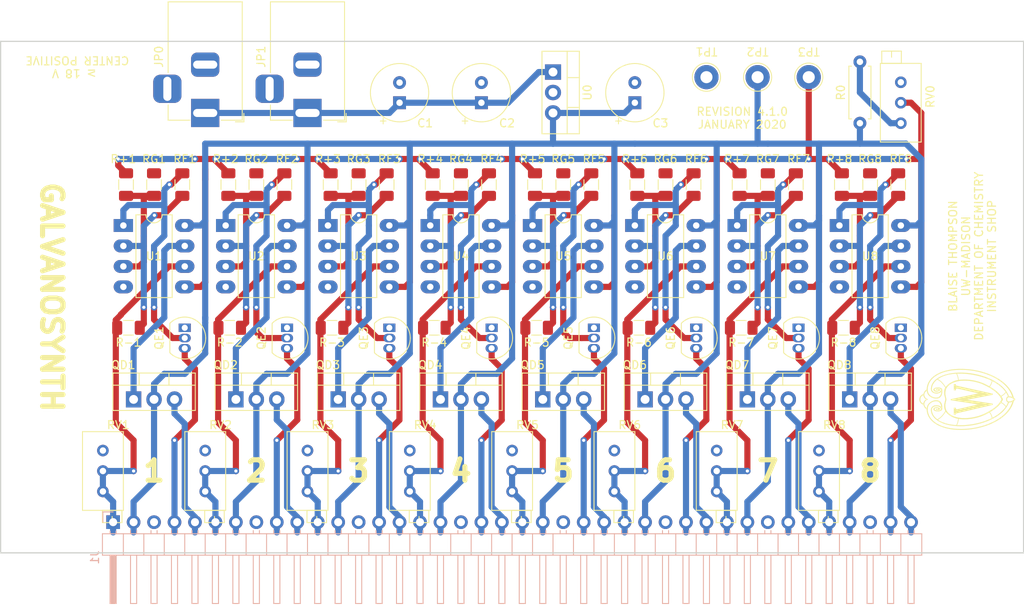
<source format=kicad_pcb>
(kicad_pcb (version 20171130) (host pcbnew 5.1.5+dfsg1-2)
  (title_block (title galvanosynth) (date 2020-01-03) (rev 4.1.0) (company "University of Wisconsin-Madison") (comment 1 "Department of Chemistry") (comment 2 "Instrument Shop") (comment 3 "Blaise Thompson") (comment 4 bthompson@chem.wisc.edu))
  (layers (0 F.Cu signal) (31 B.Cu signal) (34 B.Paste user) (35 F.Paste user) (36 B.SilkS user) (37 F.SilkS user) (38 B.Mask user) (39 F.Mask user) (44 Edge.Cuts user))
  (net 0 "")
  (net 1 +15V)
  (net 2 GND)
  (net 3 "Net-(C1-Pad1)")
  (net 4 "Net-(QD1-Pad1)")
  (net 5 "Net-(QE1-Pad2)")
  (net 6 "Net-(R0-Pad2)")
  (net 7 "Net-(QD2-Pad1)")
  (net 8 "Net-(QE2-Pad2)")
  (net 9 /8/SUPPLY)
  (net 10 /8/ERROR)
  (net 11 /8/RETURN)
  (net 12 /7/SUPPLY)
  (net 13 /7/ERROR)
  (net 14 /7/RETURN)
  (net 15 /6/SUPPLY)
  (net 16 /6/ERROR)
  (net 17 /6/RETURN)
  (net 18 /5/SUPPLY)
  (net 19 /5/ERROR)
  (net 20 /5/RETURN)
  (net 21 /4/SUPPLY)
  (net 22 /4/ERROR)
  (net 23 /4/RETURN)
  (net 24 /3/SUPPLY)
  (net 25 /3/ERROR)
  (net 26 /3/RETURN)
  (net 27 /2/SUPPLY)
  (net 28 /2/ERROR)
  (net 29 /2/RETURN)
  (net 30 /1/SUPPLY)
  (net 31 /1/ERROR)
  (net 32 /1/RETURN)
  (net 33 "Net-(QD3-Pad1)")
  (net 34 "Net-(QD4-Pad1)")
  (net 35 "Net-(QD5-Pad1)")
  (net 36 "Net-(QD6-Pad1)")
  (net 37 "Net-(QD7-Pad1)")
  (net 38 "Net-(QD8-Pad1)")
  (net 39 "Net-(QE3-Pad2)")
  (net 40 "Net-(QE4-Pad2)")
  (net 41 "Net-(QE5-Pad2)")
  (net 42 "Net-(QE6-Pad2)")
  (net 43 "Net-(QE7-Pad2)")
  (net 44 "Net-(QE8-Pad2)")
  (net 45 /1/CONTROL)
  (net 46 "Net-(R+1-Pad2)")
  (net 47 "Net-(R+2-Pad2)")
  (net 48 "Net-(R+3-Pad2)")
  (net 49 "Net-(R+4-Pad2)")
  (net 50 "Net-(R+5-Pad2)")
  (net 51 "Net-(R+6-Pad2)")
  (net 52 "Net-(R+7-Pad2)")
  (net 53 "Net-(R+8-Pad2)")
  (net 54 "Net-(R-1-Pad1)")
  (net 55 "Net-(R-2-Pad1)")
  (net 56 "Net-(R-3-Pad1)")
  (net 57 "Net-(R-4-Pad1)")
  (net 58 "Net-(R-5-Pad1)")
  (net 59 "Net-(R-6-Pad1)")
  (net 60 "Net-(R-7-Pad1)")
  (net 61 "Net-(R-8-Pad1)")
  (module TestPoint:TestPoint_THTPad_D3.0mm_Drill1.5mm (layer F.Cu) (at 151.13 67.945)
    (fp_text reference TP3 (at 0 -3.175 180 unlocked) (layer F.SilkS))
    (fp_text value TestPoint)
    (pad 1 thru_hole circle (at 0 0) (size 3 3) (drill 1.5) (layers *.Cu *.Mask) (net 45 /1/CONTROL))
  )
  (module footprints:logo (layer F.Cu) (at 170.815 107.95 90)
    (fp_text reference G*** hide)
    (fp_text value LOGO hide)
  )
  (module Resistor_SMD:R_1206_3216Metric (layer F.Cu) (at 158.75 81.28 90)
    (fp_text reference RG8 (at 3.175 0 180) (layer F.SilkS))
    (fp_text value 10k)
    (pad 2 smd roundrect (at 1.4 0 90) (size 1.25 1.75) (layers F.Cu F.Paste F.Mask) (roundrect_rratio 0.2) (net 2 GND))
    (pad 1 smd roundrect (at -1.4 0 90) (size 1.25 1.75) (layers F.Cu F.Paste F.Mask) (roundrect_rratio 0.2) (net 53 "Net-(R+8-Pad2)"))
  )
  (module Resistor_SMD:R_1206_3216Metric (layer F.Cu) (at 146.05 81.28 90)
    (fp_text reference RG7 (at 3.175 0 180) (layer F.SilkS))
    (fp_text value 10k)
    (pad 2 smd roundrect (at 1.4 0 90) (size 1.25 1.75) (layers F.Cu F.Paste F.Mask) (roundrect_rratio 0.2) (net 2 GND))
    (pad 1 smd roundrect (at -1.4 0 90) (size 1.25 1.75) (layers F.Cu F.Paste F.Mask) (roundrect_rratio 0.2) (net 52 "Net-(R+7-Pad2)"))
  )
  (module Resistor_SMD:R_1206_3216Metric (layer F.Cu) (at 133.35 81.28 90)
    (fp_text reference RG6 (at 3.175 0 180) (layer F.SilkS))
    (fp_text value 10k)
    (pad 2 smd roundrect (at 1.4 0 90) (size 1.25 1.75) (layers F.Cu F.Paste F.Mask) (roundrect_rratio 0.2) (net 2 GND))
    (pad 1 smd roundrect (at -1.4 0 90) (size 1.25 1.75) (layers F.Cu F.Paste F.Mask) (roundrect_rratio 0.2) (net 51 "Net-(R+6-Pad2)"))
  )
  (module Resistor_SMD:R_1206_3216Metric (layer F.Cu) (at 120.65 81.28 90)
    (fp_text reference RG5 (at 3.175 0 180) (layer F.SilkS))
    (fp_text value 10k)
    (pad 2 smd roundrect (at 1.4 0 90) (size 1.25 1.75) (layers F.Cu F.Paste F.Mask) (roundrect_rratio 0.2) (net 2 GND))
    (pad 1 smd roundrect (at -1.4 0 90) (size 1.25 1.75) (layers F.Cu F.Paste F.Mask) (roundrect_rratio 0.2) (net 50 "Net-(R+5-Pad2)"))
  )
  (module Resistor_SMD:R_1206_3216Metric (layer F.Cu) (at 107.95 81.28 90)
    (fp_text reference RG4 (at 3.175 0 180) (layer F.SilkS))
    (fp_text value 10k)
    (pad 2 smd roundrect (at 1.4 0 90) (size 1.25 1.75) (layers F.Cu F.Paste F.Mask) (roundrect_rratio 0.2) (net 2 GND))
    (pad 1 smd roundrect (at -1.4 0 90) (size 1.25 1.75) (layers F.Cu F.Paste F.Mask) (roundrect_rratio 0.2) (net 49 "Net-(R+4-Pad2)"))
  )
  (module Resistor_SMD:R_1206_3216Metric (layer F.Cu) (at 95.25 81.28 90)
    (fp_text reference RG3 (at 3.175 0 180) (layer F.SilkS))
    (fp_text value 10k)
    (pad 2 smd roundrect (at 1.4 0 90) (size 1.25 1.75) (layers F.Cu F.Paste F.Mask) (roundrect_rratio 0.2) (net 2 GND))
    (pad 1 smd roundrect (at -1.4 0 90) (size 1.25 1.75) (layers F.Cu F.Paste F.Mask) (roundrect_rratio 0.2) (net 48 "Net-(R+3-Pad2)"))
  )
  (module Resistor_SMD:R_1206_3216Metric (layer F.Cu) (at 82.55 81.28 90)
    (fp_text reference RG2 (at 3.175 0 180) (layer F.SilkS))
    (fp_text value 10k)
    (pad 2 smd roundrect (at 1.4 0 90) (size 1.25 1.75) (layers F.Cu F.Paste F.Mask) (roundrect_rratio 0.2) (net 2 GND))
    (pad 1 smd roundrect (at -1.4 0 90) (size 1.25 1.75) (layers F.Cu F.Paste F.Mask) (roundrect_rratio 0.2) (net 47 "Net-(R+2-Pad2)"))
  )
  (module Resistor_SMD:R_1206_3216Metric (layer F.Cu) (at 69.85 81.28 90)
    (fp_text reference RG1 (at 3.175 0 180) (layer F.SilkS))
    (fp_text value 10k)
    (pad 2 smd roundrect (at 1.4 0 90) (size 1.25 1.75) (layers F.Cu F.Paste F.Mask) (roundrect_rratio 0.2) (net 2 GND))
    (pad 1 smd roundrect (at -1.4 0 90) (size 1.25 1.75) (layers F.Cu F.Paste F.Mask) (roundrect_rratio 0.2) (net 46 "Net-(R+1-Pad2)"))
  )
  (module Resistor_SMD:R_1206_3216Metric (layer F.Cu) (at 162.2275 81.28 90)
    (fp_text reference RF8 (at 3.175 0.3325 180) (layer F.SilkS))
    (fp_text value 10k)
    (pad 2 smd roundrect (at 1.4 0 90) (size 1.25 1.75) (layers F.Cu F.Paste F.Mask) (roundrect_rratio 0.2) (net 44 "Net-(QE8-Pad2)"))
    (pad 1 smd roundrect (at -1.4 0 90) (size 1.25 1.75) (layers F.Cu F.Paste F.Mask) (roundrect_rratio 0.2) (net 61 "Net-(R-8-Pad1)"))
  )
  (module Resistor_SMD:R_1206_3216Metric (layer F.Cu) (at 149.5275 81.28 90)
    (fp_text reference RF7 (at 3.175 0.3325 180) (layer F.SilkS))
    (fp_text value 10k)
    (pad 2 smd roundrect (at 1.4 0 90) (size 1.25 1.75) (layers F.Cu F.Paste F.Mask) (roundrect_rratio 0.2) (net 43 "Net-(QE7-Pad2)"))
    (pad 1 smd roundrect (at -1.4 0 90) (size 1.25 1.75) (layers F.Cu F.Paste F.Mask) (roundrect_rratio 0.2) (net 60 "Net-(R-7-Pad1)"))
  )
  (module Resistor_SMD:R_1206_3216Metric (layer F.Cu) (at 136.8275 81.28 90)
    (fp_text reference RF6 (at 3.175 0.3325 180) (layer F.SilkS))
    (fp_text value 10k)
    (pad 2 smd roundrect (at 1.4 0 90) (size 1.25 1.75) (layers F.Cu F.Paste F.Mask) (roundrect_rratio 0.2) (net 42 "Net-(QE6-Pad2)"))
    (pad 1 smd roundrect (at -1.4 0 90) (size 1.25 1.75) (layers F.Cu F.Paste F.Mask) (roundrect_rratio 0.2) (net 59 "Net-(R-6-Pad1)"))
  )
  (module Resistor_SMD:R_1206_3216Metric (layer F.Cu) (at 124.1275 81.28 90)
    (fp_text reference RF5 (at 3.175 0.3325 180) (layer F.SilkS))
    (fp_text value 10k)
    (pad 2 smd roundrect (at 1.4 0 90) (size 1.25 1.75) (layers F.Cu F.Paste F.Mask) (roundrect_rratio 0.2) (net 41 "Net-(QE5-Pad2)"))
    (pad 1 smd roundrect (at -1.4 0 90) (size 1.25 1.75) (layers F.Cu F.Paste F.Mask) (roundrect_rratio 0.2) (net 58 "Net-(R-5-Pad1)"))
  )
  (module Resistor_SMD:R_1206_3216Metric (layer F.Cu) (at 111.4275 81.28 90)
    (fp_text reference RF4 (at 3.175 0.3325 180) (layer F.SilkS))
    (fp_text value 10k)
    (pad 2 smd roundrect (at 1.4 0 90) (size 1.25 1.75) (layers F.Cu F.Paste F.Mask) (roundrect_rratio 0.2) (net 40 "Net-(QE4-Pad2)"))
    (pad 1 smd roundrect (at -1.4 0 90) (size 1.25 1.75) (layers F.Cu F.Paste F.Mask) (roundrect_rratio 0.2) (net 57 "Net-(R-4-Pad1)"))
  )
  (module Resistor_SMD:R_1206_3216Metric (layer F.Cu) (at 98.7275 81.28 90)
    (fp_text reference RF3 (at 3.175 0.3325 180) (layer F.SilkS))
    (fp_text value 10k)
    (pad 2 smd roundrect (at 1.4 0 90) (size 1.25 1.75) (layers F.Cu F.Paste F.Mask) (roundrect_rratio 0.2) (net 39 "Net-(QE3-Pad2)"))
    (pad 1 smd roundrect (at -1.4 0 90) (size 1.25 1.75) (layers F.Cu F.Paste F.Mask) (roundrect_rratio 0.2) (net 56 "Net-(R-3-Pad1)"))
  )
  (module Resistor_SMD:R_1206_3216Metric (layer F.Cu) (at 86.0275 81.28 90)
    (fp_text reference RF2 (at 3.175 0.3325 180) (layer F.SilkS))
    (fp_text value 10k)
    (pad 2 smd roundrect (at 1.4 0 90) (size 1.25 1.75) (layers F.Cu F.Paste F.Mask) (roundrect_rratio 0.2) (net 8 "Net-(QE2-Pad2)"))
    (pad 1 smd roundrect (at -1.4 0 90) (size 1.25 1.75) (layers F.Cu F.Paste F.Mask) (roundrect_rratio 0.2) (net 55 "Net-(R-2-Pad1)"))
  )
  (module Resistor_SMD:R_1206_3216Metric (layer F.Cu) (at 73.3575 81.28 90)
    (fp_text reference RF1 (at 3.175 0.3025 180) (layer F.SilkS))
    (fp_text value 10k)
    (pad 2 smd roundrect (at 1.4 0 90) (size 1.25 1.75) (layers F.Cu F.Paste F.Mask) (roundrect_rratio 0.2) (net 5 "Net-(QE1-Pad2)"))
    (pad 1 smd roundrect (at -1.4 0 90) (size 1.25 1.75) (layers F.Cu F.Paste F.Mask) (roundrect_rratio 0.2) (net 54 "Net-(R-1-Pad1)"))
  )
  (module Resistor_SMD:R_1206_3216Metric (layer F.Cu) (at 155.445 99.06 180)
    (fp_text reference R-8 (at 0 -1.82) (layer F.SilkS))
    (fp_text value 1k)
    (pad 2 smd roundrect (at 1.4 0 180) (size 1.25 1.75) (layers F.Cu F.Paste F.Mask) (roundrect_rratio 0.2) (net 11 /8/RETURN))
    (pad 1 smd roundrect (at -1.4 0 180) (size 1.25 1.75) (layers F.Cu F.Paste F.Mask) (roundrect_rratio 0.2) (net 61 "Net-(R-8-Pad1)"))
  )
  (module Resistor_SMD:R_1206_3216Metric (layer F.Cu) (at 142.745 99.06 180)
    (fp_text reference R-7 (at 0 -1.82) (layer F.SilkS))
    (fp_text value 1k)
    (pad 2 smd roundrect (at 1.4 0 180) (size 1.25 1.75) (layers F.Cu F.Paste F.Mask) (roundrect_rratio 0.2) (net 14 /7/RETURN))
    (pad 1 smd roundrect (at -1.4 0 180) (size 1.25 1.75) (layers F.Cu F.Paste F.Mask) (roundrect_rratio 0.2) (net 60 "Net-(R-7-Pad1)"))
  )
  (module Resistor_SMD:R_1206_3216Metric (layer F.Cu) (at 130.045 99.06 180)
    (fp_text reference R-6 (at 0 -1.82) (layer F.SilkS))
    (fp_text value 1k)
    (pad 2 smd roundrect (at 1.4 0 180) (size 1.25 1.75) (layers F.Cu F.Paste F.Mask) (roundrect_rratio 0.2) (net 17 /6/RETURN))
    (pad 1 smd roundrect (at -1.4 0 180) (size 1.25 1.75) (layers F.Cu F.Paste F.Mask) (roundrect_rratio 0.2) (net 59 "Net-(R-6-Pad1)"))
  )
  (module Resistor_SMD:R_1206_3216Metric (layer F.Cu) (at 117.345 99.06 180)
    (fp_text reference R-5 (at 0 -1.82) (layer F.SilkS))
    (fp_text value 1k)
    (pad 2 smd roundrect (at 1.4 0 180) (size 1.25 1.75) (layers F.Cu F.Paste F.Mask) (roundrect_rratio 0.2) (net 20 /5/RETURN))
    (pad 1 smd roundrect (at -1.4 0 180) (size 1.25 1.75) (layers F.Cu F.Paste F.Mask) (roundrect_rratio 0.2) (net 58 "Net-(R-5-Pad1)"))
  )
  (module Resistor_SMD:R_1206_3216Metric (layer F.Cu) (at 104.645 99.06 180)
    (fp_text reference R-4 (at 0 -1.82) (layer F.SilkS))
    (fp_text value 1k)
    (pad 2 smd roundrect (at 1.4 0 180) (size 1.25 1.75) (layers F.Cu F.Paste F.Mask) (roundrect_rratio 0.2) (net 23 /4/RETURN))
    (pad 1 smd roundrect (at -1.4 0 180) (size 1.25 1.75) (layers F.Cu F.Paste F.Mask) (roundrect_rratio 0.2) (net 57 "Net-(R-4-Pad1)"))
  )
  (module Resistor_SMD:R_1206_3216Metric (layer F.Cu) (at 91.945 99.06 180)
    (fp_text reference R-3 (at 0 -1.82) (layer F.SilkS))
    (fp_text value 1k)
    (pad 2 smd roundrect (at 1.4 0 180) (size 1.25 1.75) (layers F.Cu F.Paste F.Mask) (roundrect_rratio 0.2) (net 26 /3/RETURN))
    (pad 1 smd roundrect (at -1.4 0 180) (size 1.25 1.75) (layers F.Cu F.Paste F.Mask) (roundrect_rratio 0.2) (net 56 "Net-(R-3-Pad1)"))
  )
  (module Resistor_SMD:R_1206_3216Metric (layer F.Cu) (at 79.245 99.06 180)
    (fp_text reference R-2 (at 0 -1.82) (layer F.SilkS))
    (fp_text value 1k)
    (pad 2 smd roundrect (at 1.4 0 180) (size 1.25 1.75) (layers F.Cu F.Paste F.Mask) (roundrect_rratio 0.2) (net 29 /2/RETURN))
    (pad 1 smd roundrect (at -1.4 0 180) (size 1.25 1.75) (layers F.Cu F.Paste F.Mask) (roundrect_rratio 0.2) (net 55 "Net-(R-2-Pad1)"))
  )
  (module Resistor_SMD:R_1206_3216Metric (layer F.Cu) (at 66.675 99.06 180)
    (fp_text reference R-1 (at 0 -1.82) (layer F.SilkS))
    (fp_text value 1k)
    (pad 2 smd roundrect (at 1.4 0 180) (size 1.25 1.75) (layers F.Cu F.Paste F.Mask) (roundrect_rratio 0.2) (net 32 /1/RETURN))
    (pad 1 smd roundrect (at -1.4 0 180) (size 1.25 1.75) (layers F.Cu F.Paste F.Mask) (roundrect_rratio 0.2) (net 54 "Net-(R-1-Pad1)"))
  )
  (module Resistor_SMD:R_1206_3216Metric (layer F.Cu) (at 155.2425 81.28 270)
    (fp_text reference R+8 (at -3.175 0.3025 180) (layer F.SilkS))
    (fp_text value 1k)
    (pad 2 smd roundrect (at 1.4 0 270) (size 1.25 1.75) (layers F.Cu F.Paste F.Mask) (roundrect_rratio 0.2) (net 53 "Net-(R+8-Pad2)"))
    (pad 1 smd roundrect (at -1.4 0 270) (size 1.25 1.75) (layers F.Cu F.Paste F.Mask) (roundrect_rratio 0.2) (net 45 /1/CONTROL))
  )
  (module Resistor_SMD:R_1206_3216Metric (layer F.Cu) (at 142.5425 81.28 270)
    (fp_text reference R+7 (at -3.175 0.3025 180) (layer F.SilkS))
    (fp_text value 1k)
    (pad 2 smd roundrect (at 1.4 0 270) (size 1.25 1.75) (layers F.Cu F.Paste F.Mask) (roundrect_rratio 0.2) (net 52 "Net-(R+7-Pad2)"))
    (pad 1 smd roundrect (at -1.4 0 270) (size 1.25 1.75) (layers F.Cu F.Paste F.Mask) (roundrect_rratio 0.2) (net 45 /1/CONTROL))
  )
  (module Resistor_SMD:R_1206_3216Metric (layer F.Cu) (at 129.8425 81.28 270)
    (fp_text reference R+6 (at -3.175 0.3025 180) (layer F.SilkS))
    (fp_text value 1k)
    (pad 2 smd roundrect (at 1.4 0 270) (size 1.25 1.75) (layers F.Cu F.Paste F.Mask) (roundrect_rratio 0.2) (net 51 "Net-(R+6-Pad2)"))
    (pad 1 smd roundrect (at -1.4 0 270) (size 1.25 1.75) (layers F.Cu F.Paste F.Mask) (roundrect_rratio 0.2) (net 45 /1/CONTROL))
  )
  (module Resistor_SMD:R_1206_3216Metric (layer F.Cu) (at 117.1425 81.28 270)
    (fp_text reference R+5 (at -3.175 0.3025 180) (layer F.SilkS))
    (fp_text value 1k)
    (pad 2 smd roundrect (at 1.4 0 270) (size 1.25 1.75) (layers F.Cu F.Paste F.Mask) (roundrect_rratio 0.2) (net 50 "Net-(R+5-Pad2)"))
    (pad 1 smd roundrect (at -1.4 0 270) (size 1.25 1.75) (layers F.Cu F.Paste F.Mask) (roundrect_rratio 0.2) (net 45 /1/CONTROL))
  )
  (module Resistor_SMD:R_1206_3216Metric (layer F.Cu) (at 104.4425 81.28 270)
    (fp_text reference R+4 (at -3.175 0.3025 180) (layer F.SilkS))
    (fp_text value 1k)
    (pad 2 smd roundrect (at 1.4 0 270) (size 1.25 1.75) (layers F.Cu F.Paste F.Mask) (roundrect_rratio 0.2) (net 49 "Net-(R+4-Pad2)"))
    (pad 1 smd roundrect (at -1.4 0 270) (size 1.25 1.75) (layers F.Cu F.Paste F.Mask) (roundrect_rratio 0.2) (net 45 /1/CONTROL))
  )
  (module Resistor_SMD:R_1206_3216Metric (layer F.Cu) (at 91.7725 81.28 270)
    (fp_text reference R+3 (at -3.175 0.3325 180) (layer F.SilkS))
    (fp_text value 1k)
    (pad 2 smd roundrect (at 1.4 0 270) (size 1.25 1.75) (layers F.Cu F.Paste F.Mask) (roundrect_rratio 0.2) (net 48 "Net-(R+3-Pad2)"))
    (pad 1 smd roundrect (at -1.4 0 270) (size 1.25 1.75) (layers F.Cu F.Paste F.Mask) (roundrect_rratio 0.2) (net 45 /1/CONTROL))
  )
  (module Resistor_SMD:R_1206_3216Metric (layer F.Cu) (at 79.0725 81.28 270)
    (fp_text reference R+2 (at -3.175 0.3325 180) (layer F.SilkS))
    (fp_text value 1k)
    (pad 2 smd roundrect (at 1.4 0 270) (size 1.25 1.75) (layers F.Cu F.Paste F.Mask) (roundrect_rratio 0.2) (net 47 "Net-(R+2-Pad2)"))
    (pad 1 smd roundrect (at -1.4 0 270) (size 1.25 1.75) (layers F.Cu F.Paste F.Mask) (roundrect_rratio 0.2) (net 45 /1/CONTROL))
  )
  (module Resistor_SMD:R_1206_3216Metric (layer F.Cu) (at 66.3725 81.28 270)
    (fp_text reference R+1 (at -3.175 0.3325 180) (layer F.SilkS))
    (fp_text value 1k)
    (pad 2 smd roundrect (at 1.4 0 270) (size 1.25 1.75) (layers F.Cu F.Paste F.Mask) (roundrect_rratio 0.2) (net 46 "Net-(R+1-Pad2)"))
    (pad 1 smd roundrect (at -1.4 0 270) (size 1.25 1.75) (layers F.Cu F.Paste F.Mask) (roundrect_rratio 0.2) (net 45 /1/CONTROL))
  )
  (module Connector_BarrelJack:BarrelJack_Horizontal (layer F.Cu) (at 88.9 72.39 270)
    (fp_text reference JP1 (at -6.985 5.75 90) (layer F.SilkS))
    (fp_text value Barrel_Jack_Switch)
    (pad 3 thru_hole roundrect (at -3 4.7 270) (size 3.5 3.5) (drill oval 3 1) (layers *.Cu *.Mask) (net 2 GND))
    (pad 2 thru_hole roundrect (at -6 0 270) (size 3 3.5) (drill oval 1 3) (layers *.Cu *.Mask) (net 2 GND))
    (pad 1 thru_hole rect (at 0 0 270) (size 3.5 3.5) (drill oval 1 3) (layers *.Cu *.Mask) (net 3 "Net-(C1-Pad1)"))
  )
  (module Connector_BarrelJack:BarrelJack_Horizontal (layer F.Cu) (at 76.2 72.39 270)
    (fp_text reference JP0 (at -6.985 5.75 90) (layer F.SilkS))
    (fp_text value Barrel_Jack_Switch)
    (pad 3 thru_hole roundrect (at -3 4.7 270) (size 3.5 3.5) (drill oval 3 1) (layers *.Cu *.Mask) (net 2 GND))
    (pad 2 thru_hole roundrect (at -6 0 270) (size 3 3.5) (drill oval 1 3) (layers *.Cu *.Mask) (net 2 GND))
    (pad 1 thru_hole rect (at 0 0 270) (size 3.5 3.5) (drill oval 1 3) (layers *.Cu *.Mask) (net 3 "Net-(C1-Pad1)"))
  )
  (module Potentiometer_THT:Potentiometer_Bourns_3296X_Horizontal (layer F.Cu) (at 76.2 114.3 90)
    (fp_text reference RV2 (at 3.175 1.905 180) (layer F.SilkS))
    (fp_text value 2k)
    (pad 3 thru_hole circle (at -5.08 0 90) (size 1.44 1.44) (drill 0.8) (layers *.Cu *.Mask) (net 29 /2/RETURN))
    (pad 2 thru_hole circle (at -2.54 0 90) (size 1.44 1.44) (drill 0.8) (layers *.Cu *.Mask) (net 29 /2/RETURN))
    (pad 1 thru_hole circle (at 0 0 90) (size 1.44 1.44) (drill 0.8) (layers *.Cu *.Mask) (net 2 GND))
  )
  (module Package_DIP:DIP-8_W7.62mm_LongPads (layer F.Cu) (at 104.14 86.36)
    (fp_text reference U4 (at 3.81 3.81) (layer F.SilkS))
    (fp_text value LM358)
    (pad 8 thru_hole oval (at 7.62 0) (size 2.4 1.6) (drill 0.8) (layers *.Cu *.Mask) (net 1 +15V))
    (pad 4 thru_hole oval (at 0 7.62) (size 2.4 1.6) (drill 0.8) (layers *.Cu *.Mask) (net 2 GND))
    (pad 7 thru_hole oval (at 7.62 2.54) (size 2.4 1.6) (drill 0.8) (layers *.Cu *.Mask) (net 34 "Net-(QD4-Pad1)"))
    (pad 3 thru_hole oval (at 0 5.08) (size 2.4 1.6) (drill 0.8) (layers *.Cu *.Mask) (net 49 "Net-(R+4-Pad2)"))
    (pad 6 thru_hole oval (at 7.62 5.08) (size 2.4 1.6) (drill 0.8) (layers *.Cu *.Mask) (net 23 /4/RETURN))
    (pad 2 thru_hole oval (at 0 2.54) (size 2.4 1.6) (drill 0.8) (layers *.Cu *.Mask) (net 57 "Net-(R-4-Pad1)"))
    (pad 5 thru_hole oval (at 7.62 7.62) (size 2.4 1.6) (drill 0.8) (layers *.Cu *.Mask) (net 45 /1/CONTROL))
    (pad 1 thru_hole rect (at 0 0) (size 2.4 1.6) (drill 0.8) (layers *.Cu *.Mask) (net 40 "Net-(QE4-Pad2)"))
  )
  (module Package_DIP:DIP-8_W7.62mm_LongPads (layer F.Cu) (at 91.44 86.36)
    (fp_text reference U3 (at 3.81 3.81) (layer F.SilkS))
    (fp_text value LM358)
    (pad 8 thru_hole oval (at 7.62 0) (size 2.4 1.6) (drill 0.8) (layers *.Cu *.Mask) (net 1 +15V))
    (pad 4 thru_hole oval (at 0 7.62) (size 2.4 1.6) (drill 0.8) (layers *.Cu *.Mask) (net 2 GND))
    (pad 7 thru_hole oval (at 7.62 2.54) (size 2.4 1.6) (drill 0.8) (layers *.Cu *.Mask) (net 33 "Net-(QD3-Pad1)"))
    (pad 3 thru_hole oval (at 0 5.08) (size 2.4 1.6) (drill 0.8) (layers *.Cu *.Mask) (net 48 "Net-(R+3-Pad2)"))
    (pad 6 thru_hole oval (at 7.62 5.08) (size 2.4 1.6) (drill 0.8) (layers *.Cu *.Mask) (net 26 /3/RETURN))
    (pad 2 thru_hole oval (at 0 2.54) (size 2.4 1.6) (drill 0.8) (layers *.Cu *.Mask) (net 56 "Net-(R-3-Pad1)"))
    (pad 5 thru_hole oval (at 7.62 7.62) (size 2.4 1.6) (drill 0.8) (layers *.Cu *.Mask) (net 45 /1/CONTROL))
    (pad 1 thru_hole rect (at 0 0) (size 2.4 1.6) (drill 0.8) (layers *.Cu *.Mask) (net 39 "Net-(QE3-Pad2)"))
  )
  (module Package_DIP:DIP-8_W7.62mm_LongPads (layer F.Cu) (at 116.84 86.36)
    (fp_text reference U5 (at 3.81 3.81) (layer F.SilkS))
    (fp_text value LM358)
    (pad 8 thru_hole oval (at 7.62 0) (size 2.4 1.6) (drill 0.8) (layers *.Cu *.Mask) (net 1 +15V))
    (pad 4 thru_hole oval (at 0 7.62) (size 2.4 1.6) (drill 0.8) (layers *.Cu *.Mask) (net 2 GND))
    (pad 7 thru_hole oval (at 7.62 2.54) (size 2.4 1.6) (drill 0.8) (layers *.Cu *.Mask) (net 35 "Net-(QD5-Pad1)"))
    (pad 3 thru_hole oval (at 0 5.08) (size 2.4 1.6) (drill 0.8) (layers *.Cu *.Mask) (net 50 "Net-(R+5-Pad2)"))
    (pad 6 thru_hole oval (at 7.62 5.08) (size 2.4 1.6) (drill 0.8) (layers *.Cu *.Mask) (net 20 /5/RETURN))
    (pad 2 thru_hole oval (at 0 2.54) (size 2.4 1.6) (drill 0.8) (layers *.Cu *.Mask) (net 58 "Net-(R-5-Pad1)"))
    (pad 5 thru_hole oval (at 7.62 7.62) (size 2.4 1.6) (drill 0.8) (layers *.Cu *.Mask) (net 45 /1/CONTROL))
    (pad 1 thru_hole rect (at 0 0) (size 2.4 1.6) (drill 0.8) (layers *.Cu *.Mask) (net 41 "Net-(QE5-Pad2)"))
  )
  (module Package_DIP:DIP-8_W7.62mm_LongPads (layer F.Cu) (at 154.94 86.36)
    (fp_text reference U8 (at 3.81 3.81) (layer F.SilkS))
    (fp_text value LM358)
    (pad 8 thru_hole oval (at 7.62 0) (size 2.4 1.6) (drill 0.8) (layers *.Cu *.Mask) (net 1 +15V))
    (pad 4 thru_hole oval (at 0 7.62) (size 2.4 1.6) (drill 0.8) (layers *.Cu *.Mask) (net 2 GND))
    (pad 7 thru_hole oval (at 7.62 2.54) (size 2.4 1.6) (drill 0.8) (layers *.Cu *.Mask) (net 38 "Net-(QD8-Pad1)"))
    (pad 3 thru_hole oval (at 0 5.08) (size 2.4 1.6) (drill 0.8) (layers *.Cu *.Mask) (net 53 "Net-(R+8-Pad2)"))
    (pad 6 thru_hole oval (at 7.62 5.08) (size 2.4 1.6) (drill 0.8) (layers *.Cu *.Mask) (net 11 /8/RETURN))
    (pad 2 thru_hole oval (at 0 2.54) (size 2.4 1.6) (drill 0.8) (layers *.Cu *.Mask) (net 61 "Net-(R-8-Pad1)"))
    (pad 5 thru_hole oval (at 7.62 7.62) (size 2.4 1.6) (drill 0.8) (layers *.Cu *.Mask) (net 45 /1/CONTROL))
    (pad 1 thru_hole rect (at 0 0) (size 2.4 1.6) (drill 0.8) (layers *.Cu *.Mask) (net 44 "Net-(QE8-Pad2)"))
  )
  (module Package_DIP:DIP-8_W7.62mm_LongPads (layer F.Cu) (at 142.24 86.36)
    (fp_text reference U7 (at 3.81 3.81) (layer F.SilkS))
    (fp_text value LM358)
    (pad 8 thru_hole oval (at 7.62 0) (size 2.4 1.6) (drill 0.8) (layers *.Cu *.Mask) (net 1 +15V))
    (pad 4 thru_hole oval (at 0 7.62) (size 2.4 1.6) (drill 0.8) (layers *.Cu *.Mask) (net 2 GND))
    (pad 7 thru_hole oval (at 7.62 2.54) (size 2.4 1.6) (drill 0.8) (layers *.Cu *.Mask) (net 37 "Net-(QD7-Pad1)"))
    (pad 3 thru_hole oval (at 0 5.08) (size 2.4 1.6) (drill 0.8) (layers *.Cu *.Mask) (net 52 "Net-(R+7-Pad2)"))
    (pad 6 thru_hole oval (at 7.62 5.08) (size 2.4 1.6) (drill 0.8) (layers *.Cu *.Mask) (net 14 /7/RETURN))
    (pad 2 thru_hole oval (at 0 2.54) (size 2.4 1.6) (drill 0.8) (layers *.Cu *.Mask) (net 60 "Net-(R-7-Pad1)"))
    (pad 5 thru_hole oval (at 7.62 7.62) (size 2.4 1.6) (drill 0.8) (layers *.Cu *.Mask) (net 45 /1/CONTROL))
    (pad 1 thru_hole rect (at 0 0) (size 2.4 1.6) (drill 0.8) (layers *.Cu *.Mask) (net 43 "Net-(QE7-Pad2)"))
  )
  (module Package_DIP:DIP-8_W7.62mm_LongPads (layer F.Cu) (at 129.54 86.36)
    (fp_text reference U6 (at 3.81 3.81) (layer F.SilkS))
    (fp_text value LM358)
    (pad 8 thru_hole oval (at 7.62 0) (size 2.4 1.6) (drill 0.8) (layers *.Cu *.Mask) (net 1 +15V))
    (pad 4 thru_hole oval (at 0 7.62) (size 2.4 1.6) (drill 0.8) (layers *.Cu *.Mask) (net 2 GND))
    (pad 7 thru_hole oval (at 7.62 2.54) (size 2.4 1.6) (drill 0.8) (layers *.Cu *.Mask) (net 36 "Net-(QD6-Pad1)"))
    (pad 3 thru_hole oval (at 0 5.08) (size 2.4 1.6) (drill 0.8) (layers *.Cu *.Mask) (net 51 "Net-(R+6-Pad2)"))
    (pad 6 thru_hole oval (at 7.62 5.08) (size 2.4 1.6) (drill 0.8) (layers *.Cu *.Mask) (net 17 /6/RETURN))
    (pad 2 thru_hole oval (at 0 2.54) (size 2.4 1.6) (drill 0.8) (layers *.Cu *.Mask) (net 59 "Net-(R-6-Pad1)"))
    (pad 5 thru_hole oval (at 7.62 7.62) (size 2.4 1.6) (drill 0.8) (layers *.Cu *.Mask) (net 45 /1/CONTROL))
    (pad 1 thru_hole rect (at 0 0) (size 2.4 1.6) (drill 0.8) (layers *.Cu *.Mask) (net 42 "Net-(QE6-Pad2)"))
  )
  (module Package_DIP:DIP-8_W7.62mm_LongPads (layer F.Cu) (at 78.74 86.36)
    (fp_text reference U2 (at 3.81 3.81) (layer F.SilkS))
    (fp_text value LM358)
    (pad 8 thru_hole oval (at 7.62 0) (size 2.4 1.6) (drill 0.8) (layers *.Cu *.Mask) (net 1 +15V))
    (pad 4 thru_hole oval (at 0 7.62) (size 2.4 1.6) (drill 0.8) (layers *.Cu *.Mask) (net 2 GND))
    (pad 7 thru_hole oval (at 7.62 2.54) (size 2.4 1.6) (drill 0.8) (layers *.Cu *.Mask) (net 7 "Net-(QD2-Pad1)"))
    (pad 3 thru_hole oval (at 0 5.08) (size 2.4 1.6) (drill 0.8) (layers *.Cu *.Mask) (net 47 "Net-(R+2-Pad2)"))
    (pad 6 thru_hole oval (at 7.62 5.08) (size 2.4 1.6) (drill 0.8) (layers *.Cu *.Mask) (net 29 /2/RETURN))
    (pad 2 thru_hole oval (at 0 2.54) (size 2.4 1.6) (drill 0.8) (layers *.Cu *.Mask) (net 55 "Net-(R-2-Pad1)"))
    (pad 5 thru_hole oval (at 7.62 7.62) (size 2.4 1.6) (drill 0.8) (layers *.Cu *.Mask) (net 45 /1/CONTROL))
    (pad 1 thru_hole rect (at 0 0) (size 2.4 1.6) (drill 0.8) (layers *.Cu *.Mask) (net 8 "Net-(QE2-Pad2)"))
  )
  (module Package_DIP:DIP-8_W7.62mm_LongPads (layer F.Cu) (at 66.04 86.36)
    (fp_text reference U1 (at 3.81 3.81) (layer F.SilkS))
    (fp_text value LM358)
    (pad 8 thru_hole oval (at 7.62 0) (size 2.4 1.6) (drill 0.8) (layers *.Cu *.Mask) (net 1 +15V))
    (pad 4 thru_hole oval (at 0 7.62) (size 2.4 1.6) (drill 0.8) (layers *.Cu *.Mask) (net 2 GND))
    (pad 7 thru_hole oval (at 7.62 2.54) (size 2.4 1.6) (drill 0.8) (layers *.Cu *.Mask) (net 4 "Net-(QD1-Pad1)"))
    (pad 3 thru_hole oval (at 0 5.08) (size 2.4 1.6) (drill 0.8) (layers *.Cu *.Mask) (net 46 "Net-(R+1-Pad2)"))
    (pad 6 thru_hole oval (at 7.62 5.08) (size 2.4 1.6) (drill 0.8) (layers *.Cu *.Mask) (net 32 /1/RETURN))
    (pad 2 thru_hole oval (at 0 2.54) (size 2.4 1.6) (drill 0.8) (layers *.Cu *.Mask) (net 54 "Net-(R-1-Pad1)"))
    (pad 5 thru_hole oval (at 7.62 7.62) (size 2.4 1.6) (drill 0.8) (layers *.Cu *.Mask) (net 45 /1/CONTROL))
    (pad 1 thru_hole rect (at 0 0) (size 2.4 1.6) (drill 0.8) (layers *.Cu *.Mask) (net 5 "Net-(QE1-Pad2)"))
  )
  (module Potentiometer_THT:Potentiometer_Bourns_3296X_Horizontal (layer F.Cu) (at 101.6 114.3 90)
    (fp_text reference RV4 (at 3.175 1.905 180) (layer F.SilkS))
    (fp_text value 2k)
    (pad 3 thru_hole circle (at -5.08 0 90) (size 1.44 1.44) (drill 0.8) (layers *.Cu *.Mask) (net 23 /4/RETURN))
    (pad 2 thru_hole circle (at -2.54 0 90) (size 1.44 1.44) (drill 0.8) (layers *.Cu *.Mask) (net 23 /4/RETURN))
    (pad 1 thru_hole circle (at 0 0 90) (size 1.44 1.44) (drill 0.8) (layers *.Cu *.Mask) (net 2 GND))
  )
  (module Potentiometer_THT:Potentiometer_Bourns_3296X_Horizontal (layer F.Cu) (at 88.9 114.3 90)
    (fp_text reference RV3 (at 3.175 1.905 180) (layer F.SilkS))
    (fp_text value 2k)
    (pad 3 thru_hole circle (at -5.08 0 90) (size 1.44 1.44) (drill 0.8) (layers *.Cu *.Mask) (net 26 /3/RETURN))
    (pad 2 thru_hole circle (at -2.54 0 90) (size 1.44 1.44) (drill 0.8) (layers *.Cu *.Mask) (net 26 /3/RETURN))
    (pad 1 thru_hole circle (at 0 0 90) (size 1.44 1.44) (drill 0.8) (layers *.Cu *.Mask) (net 2 GND))
  )
  (module Potentiometer_THT:Potentiometer_Bourns_3296X_Horizontal (layer F.Cu) (at 114.3 114.3 90)
    (fp_text reference RV5 (at 3.175 1.905 180) (layer F.SilkS))
    (fp_text value 2k)
    (pad 3 thru_hole circle (at -5.08 0 90) (size 1.44 1.44) (drill 0.8) (layers *.Cu *.Mask) (net 20 /5/RETURN))
    (pad 2 thru_hole circle (at -2.54 0 90) (size 1.44 1.44) (drill 0.8) (layers *.Cu *.Mask) (net 20 /5/RETURN))
    (pad 1 thru_hole circle (at 0 0 90) (size 1.44 1.44) (drill 0.8) (layers *.Cu *.Mask) (net 2 GND))
  )
  (module Potentiometer_THT:Potentiometer_Bourns_3296X_Horizontal (layer F.Cu) (at 152.4 114.3 90)
    (fp_text reference RV8 (at 3.175 1.905 180) (layer F.SilkS))
    (fp_text value 2k)
    (pad 3 thru_hole circle (at -5.08 0 90) (size 1.44 1.44) (drill 0.8) (layers *.Cu *.Mask) (net 11 /8/RETURN))
    (pad 2 thru_hole circle (at -2.54 0 90) (size 1.44 1.44) (drill 0.8) (layers *.Cu *.Mask) (net 11 /8/RETURN))
    (pad 1 thru_hole circle (at 0 0 90) (size 1.44 1.44) (drill 0.8) (layers *.Cu *.Mask) (net 2 GND))
  )
  (module Potentiometer_THT:Potentiometer_Bourns_3296X_Horizontal (layer F.Cu) (at 139.7 114.3 90)
    (fp_text reference RV7 (at 3.175 1.905 180) (layer F.SilkS))
    (fp_text value 2k)
    (pad 3 thru_hole circle (at -5.08 0 90) (size 1.44 1.44) (drill 0.8) (layers *.Cu *.Mask) (net 14 /7/RETURN))
    (pad 2 thru_hole circle (at -2.54 0 90) (size 1.44 1.44) (drill 0.8) (layers *.Cu *.Mask) (net 14 /7/RETURN))
    (pad 1 thru_hole circle (at 0 0 90) (size 1.44 1.44) (drill 0.8) (layers *.Cu *.Mask) (net 2 GND))
  )
  (module Potentiometer_THT:Potentiometer_Bourns_3296X_Horizontal (layer F.Cu) (at 127 114.3 90)
    (fp_text reference RV6 (at 3.175 1.905 180) (layer F.SilkS))
    (fp_text value 2k)
    (pad 3 thru_hole circle (at -5.08 0 90) (size 1.44 1.44) (drill 0.8) (layers *.Cu *.Mask) (net 17 /6/RETURN))
    (pad 2 thru_hole circle (at -2.54 0 90) (size 1.44 1.44) (drill 0.8) (layers *.Cu *.Mask) (net 17 /6/RETURN))
    (pad 1 thru_hole circle (at 0 0 90) (size 1.44 1.44) (drill 0.8) (layers *.Cu *.Mask) (net 2 GND))
  )
  (module Potentiometer_THT:Potentiometer_Bourns_3296X_Horizontal (layer F.Cu) (at 63.5 114.3 90)
    (fp_text reference RV1 (at 3.175 1.905 180) (layer F.SilkS))
    (fp_text value 2k)
    (pad 3 thru_hole circle (at -5.08 0 90) (size 1.44 1.44) (drill 0.8) (layers *.Cu *.Mask) (net 32 /1/RETURN))
    (pad 2 thru_hole circle (at -2.54 0 90) (size 1.44 1.44) (drill 0.8) (layers *.Cu *.Mask) (net 32 /1/RETURN))
    (pad 1 thru_hole circle (at 0 0 90) (size 1.44 1.44) (drill 0.8) (layers *.Cu *.Mask) (net 2 GND))
  )
  (module Package_TO_SOT_THT:TO-92_Inline (layer F.Cu) (at 111.76 99.06 270)
    (fp_text reference QE4 (at 1.27 3.175 90) (layer F.SilkS))
    (fp_text value 2N7000)
    (pad 1 thru_hole rect (at 0 0 270) (size 1.05 1.5) (drill 0.75) (layers *.Cu *.Mask) (net 2 GND))
    (pad 3 thru_hole oval (at 2.54 0 270) (size 1.05 1.5) (drill 0.75) (layers *.Cu *.Mask) (net 22 /4/ERROR))
    (pad 2 thru_hole oval (at 1.27 0 270) (size 1.05 1.5) (drill 0.75) (layers *.Cu *.Mask) (net 40 "Net-(QE4-Pad2)"))
  )
  (module Package_TO_SOT_THT:TO-92_Inline (layer F.Cu) (at 99.06 99.06 270)
    (fp_text reference QE3 (at 1.27 3.175 90) (layer F.SilkS))
    (fp_text value 2N7000)
    (pad 1 thru_hole rect (at 0 0 270) (size 1.05 1.5) (drill 0.75) (layers *.Cu *.Mask) (net 2 GND))
    (pad 3 thru_hole oval (at 2.54 0 270) (size 1.05 1.5) (drill 0.75) (layers *.Cu *.Mask) (net 25 /3/ERROR))
    (pad 2 thru_hole oval (at 1.27 0 270) (size 1.05 1.5) (drill 0.75) (layers *.Cu *.Mask) (net 39 "Net-(QE3-Pad2)"))
  )
  (module Package_TO_SOT_THT:TO-92_Inline (layer F.Cu) (at 124.46 99.06 270)
    (fp_text reference QE5 (at 1.27 3.175 90) (layer F.SilkS))
    (fp_text value 2N7000)
    (pad 1 thru_hole rect (at 0 0 270) (size 1.05 1.5) (drill 0.75) (layers *.Cu *.Mask) (net 2 GND))
    (pad 3 thru_hole oval (at 2.54 0 270) (size 1.05 1.5) (drill 0.75) (layers *.Cu *.Mask) (net 19 /5/ERROR))
    (pad 2 thru_hole oval (at 1.27 0 270) (size 1.05 1.5) (drill 0.75) (layers *.Cu *.Mask) (net 41 "Net-(QE5-Pad2)"))
  )
  (module Package_TO_SOT_THT:TO-92_Inline (layer F.Cu) (at 162.56 99.06 270)
    (fp_text reference QE8 (at 1.27 3.175 90) (layer F.SilkS))
    (fp_text value 2N7000)
    (pad 1 thru_hole rect (at 0 0 270) (size 1.05 1.5) (drill 0.75) (layers *.Cu *.Mask) (net 2 GND))
    (pad 3 thru_hole oval (at 2.54 0 270) (size 1.05 1.5) (drill 0.75) (layers *.Cu *.Mask) (net 10 /8/ERROR))
    (pad 2 thru_hole oval (at 1.27 0 270) (size 1.05 1.5) (drill 0.75) (layers *.Cu *.Mask) (net 44 "Net-(QE8-Pad2)"))
  )
  (module Package_TO_SOT_THT:TO-92_Inline (layer F.Cu) (at 149.86 99.06 270)
    (fp_text reference QE7 (at 1.27 3.175 90) (layer F.SilkS))
    (fp_text value 2N7000)
    (pad 1 thru_hole rect (at 0 0 270) (size 1.05 1.5) (drill 0.75) (layers *.Cu *.Mask) (net 2 GND))
    (pad 3 thru_hole oval (at 2.54 0 270) (size 1.05 1.5) (drill 0.75) (layers *.Cu *.Mask) (net 13 /7/ERROR))
    (pad 2 thru_hole oval (at 1.27 0 270) (size 1.05 1.5) (drill 0.75) (layers *.Cu *.Mask) (net 43 "Net-(QE7-Pad2)"))
  )
  (module Package_TO_SOT_THT:TO-92_Inline (layer F.Cu) (at 137.16 99.06 270)
    (fp_text reference QE6 (at 1.27 3.175 90) (layer F.SilkS))
    (fp_text value 2N7000)
    (pad 1 thru_hole rect (at 0 0 270) (size 1.05 1.5) (drill 0.75) (layers *.Cu *.Mask) (net 2 GND))
    (pad 3 thru_hole oval (at 2.54 0 270) (size 1.05 1.5) (drill 0.75) (layers *.Cu *.Mask) (net 16 /6/ERROR))
    (pad 2 thru_hole oval (at 1.27 0 270) (size 1.05 1.5) (drill 0.75) (layers *.Cu *.Mask) (net 42 "Net-(QE6-Pad2)"))
  )
  (module Package_TO_SOT_THT:TO-92_Inline (layer F.Cu) (at 86.36 99.06 270)
    (fp_text reference QE2 (at 1.27 3.175 90) (layer F.SilkS))
    (fp_text value 2N7000)
    (pad 1 thru_hole rect (at 0 0 270) (size 1.05 1.5) (drill 0.75) (layers *.Cu *.Mask) (net 2 GND))
    (pad 3 thru_hole oval (at 2.54 0 270) (size 1.05 1.5) (drill 0.75) (layers *.Cu *.Mask) (net 28 /2/ERROR))
    (pad 2 thru_hole oval (at 1.27 0 270) (size 1.05 1.5) (drill 0.75) (layers *.Cu *.Mask) (net 8 "Net-(QE2-Pad2)"))
  )
  (module Package_TO_SOT_THT:TO-92_Inline (layer F.Cu) (at 73.66 99.06 270)
    (fp_text reference QE1 (at 1.27 3.175 90) (layer F.SilkS))
    (fp_text value 2N7000)
    (pad 1 thru_hole rect (at 0 0 270) (size 1.05 1.5) (drill 0.75) (layers *.Cu *.Mask) (net 2 GND))
    (pad 3 thru_hole oval (at 2.54 0 270) (size 1.05 1.5) (drill 0.75) (layers *.Cu *.Mask) (net 31 /1/ERROR))
    (pad 2 thru_hole oval (at 1.27 0 270) (size 1.05 1.5) (drill 0.75) (layers *.Cu *.Mask) (net 5 "Net-(QE1-Pad2)"))
  )
  (module Package_TO_SOT_THT:TO-220-3_Vertical (layer F.Cu) (at 105.41 107.95)
    (fp_text reference QD4 (at -1.27 -4.27) (layer F.SilkS))
    (fp_text value IRF630)
    (pad 3 thru_hole oval (at 5.08 0) (size 1.905 2) (drill 1.1) (layers *.Cu *.Mask) (net 21 /4/SUPPLY))
    (pad 2 thru_hole oval (at 2.54 0) (size 1.905 2) (drill 1.1) (layers *.Cu *.Mask) (net 1 +15V))
    (pad 1 thru_hole rect (at 0 0) (size 1.905 2) (drill 1.1) (layers *.Cu *.Mask) (net 34 "Net-(QD4-Pad1)"))
  )
  (module Package_TO_SOT_THT:TO-220-3_Vertical (layer F.Cu) (at 92.71 107.95)
    (fp_text reference QD3 (at -1.27 -4.27) (layer F.SilkS))
    (fp_text value IRF630)
    (pad 3 thru_hole oval (at 5.08 0) (size 1.905 2) (drill 1.1) (layers *.Cu *.Mask) (net 24 /3/SUPPLY))
    (pad 2 thru_hole oval (at 2.54 0) (size 1.905 2) (drill 1.1) (layers *.Cu *.Mask) (net 1 +15V))
    (pad 1 thru_hole rect (at 0 0) (size 1.905 2) (drill 1.1) (layers *.Cu *.Mask) (net 33 "Net-(QD3-Pad1)"))
  )
  (module Package_TO_SOT_THT:TO-220-3_Vertical (layer F.Cu) (at 118.11 107.95)
    (fp_text reference QD5 (at -1.27 -4.27) (layer F.SilkS))
    (fp_text value IRF630)
    (pad 3 thru_hole oval (at 5.08 0) (size 1.905 2) (drill 1.1) (layers *.Cu *.Mask) (net 18 /5/SUPPLY))
    (pad 2 thru_hole oval (at 2.54 0) (size 1.905 2) (drill 1.1) (layers *.Cu *.Mask) (net 1 +15V))
    (pad 1 thru_hole rect (at 0 0) (size 1.905 2) (drill 1.1) (layers *.Cu *.Mask) (net 35 "Net-(QD5-Pad1)"))
  )
  (module Package_TO_SOT_THT:TO-220-3_Vertical (layer F.Cu) (at 156.21 107.95)
    (fp_text reference QD8 (at -1.27 -4.27) (layer F.SilkS))
    (fp_text value IRF630)
    (pad 3 thru_hole oval (at 5.08 0) (size 1.905 2) (drill 1.1) (layers *.Cu *.Mask) (net 9 /8/SUPPLY))
    (pad 2 thru_hole oval (at 2.54 0) (size 1.905 2) (drill 1.1) (layers *.Cu *.Mask) (net 1 +15V))
    (pad 1 thru_hole rect (at 0 0) (size 1.905 2) (drill 1.1) (layers *.Cu *.Mask) (net 38 "Net-(QD8-Pad1)"))
  )
  (module Package_TO_SOT_THT:TO-220-3_Vertical (layer F.Cu) (at 143.51 107.95)
    (fp_text reference QD7 (at -1.27 -4.27) (layer F.SilkS))
    (fp_text value IRF630)
    (pad 3 thru_hole oval (at 5.08 0) (size 1.905 2) (drill 1.1) (layers *.Cu *.Mask) (net 12 /7/SUPPLY))
    (pad 2 thru_hole oval (at 2.54 0) (size 1.905 2) (drill 1.1) (layers *.Cu *.Mask) (net 1 +15V))
    (pad 1 thru_hole rect (at 0 0) (size 1.905 2) (drill 1.1) (layers *.Cu *.Mask) (net 37 "Net-(QD7-Pad1)"))
  )
  (module Package_TO_SOT_THT:TO-220-3_Vertical (layer F.Cu) (at 130.81 107.95)
    (fp_text reference QD6 (at -1.27 -4.27) (layer F.SilkS))
    (fp_text value IRF630)
    (pad 3 thru_hole oval (at 5.08 0) (size 1.905 2) (drill 1.1) (layers *.Cu *.Mask) (net 15 /6/SUPPLY))
    (pad 2 thru_hole oval (at 2.54 0) (size 1.905 2) (drill 1.1) (layers *.Cu *.Mask) (net 1 +15V))
    (pad 1 thru_hole rect (at 0 0) (size 1.905 2) (drill 1.1) (layers *.Cu *.Mask) (net 36 "Net-(QD6-Pad1)"))
  )
  (module Package_TO_SOT_THT:TO-220-3_Vertical (layer F.Cu) (at 80.01 107.95)
    (fp_text reference QD2 (at -1.27 -4.27) (layer F.SilkS))
    (fp_text value IRF630)
    (pad 3 thru_hole oval (at 5.08 0) (size 1.905 2) (drill 1.1) (layers *.Cu *.Mask) (net 27 /2/SUPPLY))
    (pad 2 thru_hole oval (at 2.54 0) (size 1.905 2) (drill 1.1) (layers *.Cu *.Mask) (net 1 +15V))
    (pad 1 thru_hole rect (at 0 0) (size 1.905 2) (drill 1.1) (layers *.Cu *.Mask) (net 7 "Net-(QD2-Pad1)"))
  )
  (module Package_TO_SOT_THT:TO-220-3_Vertical (layer F.Cu) (at 67.31 107.95)
    (fp_text reference QD1 (at -1.27 -4.27) (layer F.SilkS))
    (fp_text value IRF630)
    (pad 3 thru_hole oval (at 5.08 0) (size 1.905 2) (drill 1.1) (layers *.Cu *.Mask) (net 30 /1/SUPPLY))
    (pad 2 thru_hole oval (at 2.54 0) (size 1.905 2) (drill 1.1) (layers *.Cu *.Mask) (net 1 +15V))
    (pad 1 thru_hole rect (at 0 0) (size 1.905 2) (drill 1.1) (layers *.Cu *.Mask) (net 4 "Net-(QD1-Pad1)"))
  )
  (module Resistor_THT:R_Axial_DIN0207_L6.3mm_D2.5mm_P7.62mm_Horizontal (layer F.Cu) (at 157.48 73.66 90)
    (fp_text reference R0 (at 3.81 -2.37 90) (layer F.SilkS))
    (fp_text value R_US)
    (pad 2 thru_hole oval (at 7.62 0 90) (size 1.6 1.6) (drill 0.8) (layers *.Cu *.Mask) (net 6 "Net-(R0-Pad2)"))
    (pad 1 thru_hole circle (at 0 0 90) (size 1.6 1.6) (drill 0.8) (layers *.Cu *.Mask) (net 1 +15V))
  )
  (module Package_TO_SOT_THT:TO-220-3_Vertical (layer F.Cu) (at 119.38 67.31 270)
    (fp_text reference U0 (at 2.54 -4.27 90) (layer F.SilkS))
    (fp_text value L7815)
    (pad 3 thru_hole oval (at 5.08 0 270) (size 1.905 2) (drill 1.1) (layers *.Cu *.Mask) (net 1 +15V))
    (pad 2 thru_hole oval (at 2.54 0 270) (size 1.905 2) (drill 1.1) (layers *.Cu *.Mask) (net 2 GND))
    (pad 1 thru_hole rect (at 0 0 270) (size 1.905 2) (drill 1.1) (layers *.Cu *.Mask) (net 3 "Net-(C1-Pad1)"))
  )
  (module Potentiometer_THT:Potentiometer_Bourns_3296X_Horizontal (layer F.Cu) (at 162.56 73.66 270)
    (fp_text reference RV0 (at -3.3 -3.66 90) (layer F.SilkS))
    (fp_text value 10k)
    (pad 3 thru_hole circle (at -5.08 0 270) (size 1.44 1.44) (drill 0.8) (layers *.Cu *.Mask) (net 2 GND))
    (pad 2 thru_hole circle (at -2.54 0 270) (size 1.44 1.44) (drill 0.8) (layers *.Cu *.Mask) (net 45 /1/CONTROL))
    (pad 1 thru_hole circle (at 0 0 270) (size 1.44 1.44) (drill 0.8) (layers *.Cu *.Mask) (net 6 "Net-(R0-Pad2)"))
  )
  (module MountingHole:MountingHole_3.2mm_M3 (layer F.Cu) (at 55.88 116.84)
    (fp_text reference REF** hide)
    (fp_text value MountingHole_3.2mm_M3 hide)
    (pad 1 np_thru_hole circle (at 0 0) (size 3.2 3.2) (drill 3.2) (layers *.Cu *.Mask))
  )
  (module MountingHole:MountingHole_3.2mm_M3 (layer F.Cu) (at 55.88 73.66)
    (fp_text reference REF** hide)
    (fp_text value MountingHole_3.2mm_M3 hide)
    (pad 1 np_thru_hole circle (at 0 0) (size 3.2 3.2) (drill 3.2) (layers *.Cu *.Mask))
  )
  (module MountingHole:MountingHole_3.2mm_M3 (layer F.Cu) (at 172.72 73.66)
    (fp_text reference REF** hide)
    (fp_text value MountingHole_3.2mm_M3 hide)
    (pad 1 np_thru_hole circle (at 0 0) (size 3.2 3.2) (drill 3.2) (layers *.Cu *.Mask))
  )
  (module MountingHole:MountingHole_3.2mm_M3 (layer F.Cu) (at 172.72 116.84)
    (fp_text reference REF** hide)
    (fp_text value MountingHole_3.2mm_M3 hide)
    (pad 1 np_thru_hole circle (at 0 0) (size 3.2 3.2) (drill 3.2) (layers *.Cu *.Mask))
  )
  (module Connector_PinHeader_2.54mm:PinHeader_1x40_P2.54mm_Horizontal (layer B.Cu) (at 64.77 123.19 270)
    (fp_text reference J1 (at 4.385 2.27 270) (layer B.SilkS) (effects (justify mirror)))
    (fp_text value Conn_01x40)
    (pad 40 thru_hole oval (at 0 -99.06 270) (size 1.7 1.7) (drill 1) (layers *.Cu *.Mask) (net 9 /8/SUPPLY))
    (pad 39 thru_hole oval (at 0 -96.52 270) (size 1.7 1.7) (drill 1) (layers *.Cu *.Mask) (net 10 /8/ERROR))
    (pad 38 thru_hole oval (at 0 -93.98 270) (size 1.7 1.7) (drill 1) (layers *.Cu *.Mask) (net 2 GND))
    (pad 37 thru_hole oval (at 0 -91.44 270) (size 1.7 1.7) (drill 1) (layers *.Cu *.Mask) (net 1 +15V))
    (pad 36 thru_hole oval (at 0 -88.9 270) (size 1.7 1.7) (drill 1) (layers *.Cu *.Mask) (net 11 /8/RETURN))
    (pad 35 thru_hole oval (at 0 -86.36 270) (size 1.7 1.7) (drill 1) (layers *.Cu *.Mask) (net 12 /7/SUPPLY))
    (pad 34 thru_hole oval (at 0 -83.82 270) (size 1.7 1.7) (drill 1) (layers *.Cu *.Mask) (net 13 /7/ERROR))
    (pad 33 thru_hole oval (at 0 -81.28 270) (size 1.7 1.7) (drill 1) (layers *.Cu *.Mask) (net 2 GND))
    (pad 32 thru_hole oval (at 0 -78.74 270) (size 1.7 1.7) (drill 1) (layers *.Cu *.Mask) (net 1 +15V))
    (pad 31 thru_hole oval (at 0 -76.2 270) (size 1.7 1.7) (drill 1) (layers *.Cu *.Mask) (net 14 /7/RETURN))
    (pad 30 thru_hole oval (at 0 -73.66 270) (size 1.7 1.7) (drill 1) (layers *.Cu *.Mask) (net 15 /6/SUPPLY))
    (pad 29 thru_hole oval (at 0 -71.12 270) (size 1.7 1.7) (drill 1) (layers *.Cu *.Mask) (net 16 /6/ERROR))
    (pad 28 thru_hole oval (at 0 -68.58 270) (size 1.7 1.7) (drill 1) (layers *.Cu *.Mask) (net 2 GND))
    (pad 27 thru_hole oval (at 0 -66.04 270) (size 1.7 1.7) (drill 1) (layers *.Cu *.Mask) (net 1 +15V))
    (pad 26 thru_hole oval (at 0 -63.5 270) (size 1.7 1.7) (drill 1) (layers *.Cu *.Mask) (net 17 /6/RETURN))
    (pad 25 thru_hole oval (at 0 -60.96 270) (size 1.7 1.7) (drill 1) (layers *.Cu *.Mask) (net 18 /5/SUPPLY))
    (pad 24 thru_hole oval (at 0 -58.42 270) (size 1.7 1.7) (drill 1) (layers *.Cu *.Mask) (net 19 /5/ERROR))
    (pad 23 thru_hole oval (at 0 -55.88 270) (size 1.7 1.7) (drill 1) (layers *.Cu *.Mask) (net 2 GND))
    (pad 22 thru_hole oval (at 0 -53.34 270) (size 1.7 1.7) (drill 1) (layers *.Cu *.Mask) (net 1 +15V))
    (pad 21 thru_hole oval (at 0 -50.8 270) (size 1.7 1.7) (drill 1) (layers *.Cu *.Mask) (net 20 /5/RETURN))
    (pad 20 thru_hole oval (at 0 -48.26 270) (size 1.7 1.7) (drill 1) (layers *.Cu *.Mask) (net 21 /4/SUPPLY))
    (pad 19 thru_hole oval (at 0 -45.72 270) (size 1.7 1.7) (drill 1) (layers *.Cu *.Mask) (net 22 /4/ERROR))
    (pad 18 thru_hole oval (at 0 -43.18 270) (size 1.7 1.7) (drill 1) (layers *.Cu *.Mask) (net 2 GND))
    (pad 17 thru_hole oval (at 0 -40.64 270) (size 1.7 1.7) (drill 1) (layers *.Cu *.Mask) (net 1 +15V))
    (pad 16 thru_hole oval (at 0 -38.1 270) (size 1.7 1.7) (drill 1) (layers *.Cu *.Mask) (net 23 /4/RETURN))
    (pad 15 thru_hole oval (at 0 -35.56 270) (size 1.7 1.7) (drill 1) (layers *.Cu *.Mask) (net 24 /3/SUPPLY))
    (pad 14 thru_hole oval (at 0 -33.02 270) (size 1.7 1.7) (drill 1) (layers *.Cu *.Mask) (net 25 /3/ERROR))
    (pad 13 thru_hole oval (at 0 -30.48 270) (size 1.7 1.7) (drill 1) (layers *.Cu *.Mask) (net 2 GND))
    (pad 12 thru_hole oval (at 0 -27.94 270) (size 1.7 1.7) (drill 1) (layers *.Cu *.Mask) (net 1 +15V))
    (pad 11 thru_hole oval (at 0 -25.4 270) (size 1.7 1.7) (drill 1) (layers *.Cu *.Mask) (net 26 /3/RETURN))
    (pad 10 thru_hole oval (at 0 -22.86 270) (size 1.7 1.7) (drill 1) (layers *.Cu *.Mask) (net 27 /2/SUPPLY))
    (pad 9 thru_hole oval (at 0 -20.32 270) (size 1.7 1.7) (drill 1) (layers *.Cu *.Mask) (net 28 /2/ERROR))
    (pad 8 thru_hole oval (at 0 -17.78 270) (size 1.7 1.7) (drill 1) (layers *.Cu *.Mask) (net 2 GND))
    (pad 7 thru_hole oval (at 0 -15.24 270) (size 1.7 1.7) (drill 1) (layers *.Cu *.Mask) (net 1 +15V))
    (pad 6 thru_hole oval (at 0 -12.7 270) (size 1.7 1.7) (drill 1) (layers *.Cu *.Mask) (net 29 /2/RETURN))
    (pad 5 thru_hole oval (at 0 -10.16 270) (size 1.7 1.7) (drill 1) (layers *.Cu *.Mask) (net 30 /1/SUPPLY))
    (pad 4 thru_hole oval (at 0 -7.62 270) (size 1.7 1.7) (drill 1) (layers *.Cu *.Mask) (net 31 /1/ERROR))
    (pad 3 thru_hole oval (at 0 -5.08 270) (size 1.7 1.7) (drill 1) (layers *.Cu *.Mask) (net 2 GND))
    (pad 2 thru_hole oval (at 0 -2.54 270) (size 1.7 1.7) (drill 1) (layers *.Cu *.Mask) (net 1 +15V))
    (pad 1 thru_hole rect (at 0 0 270) (size 1.7 1.7) (drill 1) (layers *.Cu *.Mask) (net 32 /1/RETURN))
  )
  (module TestPoint:TestPoint_THTPad_D3.0mm_Drill1.5mm (layer F.Cu) (at 144.78 67.945)
    (fp_text reference TP2 (at 0 -3.175 180 unlocked) (layer F.SilkS))
    (fp_text value TestPoint)
    (pad 1 thru_hole circle (at 0 0) (size 3 3) (drill 1.5) (layers *.Cu *.Mask) (net 1 +15V))
  )
  (module TestPoint:TestPoint_THTPad_D3.0mm_Drill1.5mm (layer F.Cu) (at 138.43 67.945)
    (fp_text reference TP1 (at 0 -3.175 180 unlocked) (layer F.SilkS))
    (fp_text value TestPoint)
    (pad 1 thru_hole circle (at 0 0) (size 3 3) (drill 1.5) (layers *.Cu *.Mask) (net 2 GND))
  )
  (module Capacitor_THT:CP_Radial_Tantal_D7.0mm_P2.50mm (layer F.Cu) (at 129.54 71.12 90)
    (fp_text reference C3 (at -2.54 3.175 180) (layer F.SilkS))
    (fp_text value 100nF)
    (pad 2 thru_hole circle (at 2.5 0 90) (size 1.6 1.6) (drill 0.8) (layers *.Cu *.Mask) (net 2 GND))
    (pad 1 thru_hole rect (at 0 0 90) (size 1.6 1.6) (drill 0.8) (layers *.Cu *.Mask) (net 1 +15V))
  )
  (module Capacitor_THT:CP_Radial_Tantal_D7.0mm_P2.50mm (layer F.Cu) (at 110.49 71.12 90)
    (fp_text reference C2 (at -2.54 3.175 180) (layer F.SilkS))
    (fp_text value 330nF)
    (pad 2 thru_hole circle (at 2.5 0 90) (size 1.6 1.6) (drill 0.8) (layers *.Cu *.Mask) (net 2 GND))
    (pad 1 thru_hole rect (at 0 0 90) (size 1.6 1.6) (drill 0.8) (layers *.Cu *.Mask) (net 3 "Net-(C1-Pad1)"))
  )
  (module Capacitor_THT:CP_Radial_Tantal_D7.0mm_P2.50mm (layer F.Cu) (at 100.33 71.12 90)
    (fp_text reference C1 (at -2.54 3.175 180) (layer F.SilkS))
    (fp_text value 10uF)
    (pad 2 thru_hole circle (at 2.5 0 90) (size 1.6 1.6) (drill 0.8) (layers *.Cu *.Mask) (net 2 GND))
    (pad 1 thru_hole rect (at 0 0 90) (size 1.6 1.6) (drill 0.8) (layers *.Cu *.Mask) (net 3 "Net-(C1-Pad1)"))
  )
  (gr_text " ≥ 18 V\nCENTER POSITIVE" (at 60.325 66.675 180) (layer F.SilkS) (effects (font (size 1 1))))
  (gr_text "BLAISE THOMPSON\nUW-MADISON\nDEPARTMENT OF CHEMISTRY\nINSTRUMENT SHOP" (at 171.45 90.17 90) (layer F.SilkS) (effects (font (size 1 1))))
  (gr_text "REVISION 4.1.0\nJANUARY 2020" (at 142.875 73.025) (layer F.SilkS) (effects (font (size 1 1))))
  (gr_text GALVANOSYNTH (at 57.15 95.25 270) (layer F.SilkS) (effects (font (size 2.54 2.54) (thickness 0.635))))
  (gr_text 8 (at 158.75 116.84) (layer F.SilkS) (effects (font (size 2.54 2.54) (thickness 0.635))))
  (gr_text 7 (at 146.05 116.84) (layer F.SilkS) (effects (font (size 2.54 2.54) (thickness 0.635))))
  (gr_text 6 (at 133.35 116.84) (layer F.SilkS) (effects (font (size 2.54 2.54) (thickness 0.635))))
  (gr_text 5 (at 120.65 116.84) (layer F.SilkS) (effects (font (size 2.54 2.54) (thickness 0.635))))
  (gr_text 2 (at 82.55 116.84) (layer F.SilkS) (effects (font (size 2.54 2.54) (thickness 0.635))))
  (gr_text 4 (at 107.95 116.84) (layer F.SilkS) (effects (font (size 2.54 2.54) (thickness 0.635))))
  (gr_text 3 (at 95.25 116.84) (layer F.SilkS) (effects (font (size 2.54 2.54) (thickness 0.635))))
  (gr_text 1 (at 69.85 116.84) (layer F.SilkS) (effects (font (size 2.54 2.54) (thickness 0.635))))
  (gr_line (start 50.8 127) (end 177.8 127) (layer Edge.Cuts) (width 0.15))
  (gr_line (start 50.8 63.5) (end 177.8 63.5) (layer Edge.Cuts) (width 0.15))
  (gr_line (start 50.8 127) (end 50.8 63.5) (layer Edge.Cuts) (width 0.15))
  (gr_line (start 177.8 127) (end 177.8 63.5) (layer Edge.Cuts) (width 0.15))
  (segment (start 75.622 86.36) (end 76.2 85.782) (width 0.762) (layer B.Cu) (net 1))
  (segment (start 73.66 86.36) (end 75.622 86.36) (width 0.762) (layer B.Cu) (net 1))
  (segment (start 76.2 85.782) (end 76.2 76.2) (width 0.762) (layer B.Cu) (net 1))
  (segment (start 88.322 86.36) (end 86.36 86.36) (width 0.762) (layer B.Cu) (net 1))
  (segment (start 88.9 85.782) (end 88.322 86.36) (width 0.762) (layer B.Cu) (net 1))
  (segment (start 76.2 76.2) (end 88.9 76.2) (width 0.762) (layer B.Cu) (net 1))
  (segment (start 88.9 76.2) (end 88.9 85.09) (width 0.762) (layer B.Cu) (net 1))
  (segment (start 101.022 86.36) (end 99.06 86.36) (width 0.762) (layer B.Cu) (net 1))
  (segment (start 101.6 76.2) (end 101.6 85.782) (width 0.762) (layer B.Cu) (net 1))
  (segment (start 101.6 85.782) (end 101.022 86.36) (width 0.762) (layer B.Cu) (net 1))
  (segment (start 88.9 76.2) (end 101.6 76.2) (width 0.762) (layer B.Cu) (net 1))
  (segment (start 69.85 107.95) (end 69.85 106.045) (width 0.762) (layer B.Cu) (net 1))
  (segment (start 69.85 106.045) (end 71.12 104.775) (width 0.762) (layer B.Cu) (net 1))
  (segment (start 71.12 104.775) (end 73.66 104.775) (width 0.762) (layer B.Cu) (net 1))
  (segment (start 73.66 104.775) (end 76.2 102.235) (width 0.762) (layer B.Cu) (net 1))
  (segment (start 76.2 102.235) (end 76.2 98.425) (width 0.762) (layer B.Cu) (net 1))
  (segment (start 76.2 98.425) (end 76.2 97.79) (width 0.762) (layer B.Cu) (net 1))
  (segment (start 76.2 85.782) (end 76.2 97.79) (width 0.762) (layer B.Cu) (net 1))
  (segment (start 76.2 97.79) (end 76.2 98.032) (width 0.762) (layer B.Cu) (net 1))
  (segment (start 95.25 107.95) (end 95.25 106.045) (width 0.762) (layer B.Cu) (net 1))
  (segment (start 95.25 106.045) (end 96.52 104.775) (width 0.762) (layer B.Cu) (net 1))
  (segment (start 96.52 104.775) (end 99.06 104.775) (width 0.762) (layer B.Cu) (net 1))
  (segment (start 99.06 104.775) (end 101.6 102.235) (width 0.762) (layer B.Cu) (net 1))
  (segment (start 101.6 102.235) (end 101.6 85.782) (width 0.762) (layer B.Cu) (net 1))
  (segment (start 112.395 104.775) (end 114.3 102.87) (width 0.762) (layer B.Cu) (net 1))
  (segment (start 101.6 76.2) (end 114.3 76.2) (width 0.762) (layer B.Cu) (net 1))
  (segment (start 107.95 107.95) (end 107.95 106.045) (width 0.762) (layer B.Cu) (net 1))
  (segment (start 107.95 106.045) (end 109.22 104.775) (width 0.762) (layer B.Cu) (net 1))
  (segment (start 109.22 104.775) (end 112.395 104.775) (width 0.762) (layer B.Cu) (net 1))
  (segment (start 120.65 107.95) (end 120.65 106.045) (width 0.762) (layer B.Cu) (net 1))
  (segment (start 120.65 106.045) (end 121.92 104.775) (width 0.762) (layer B.Cu) (net 1))
  (segment (start 121.92 104.775) (end 124.46 104.775) (width 0.762) (layer B.Cu) (net 1))
  (segment (start 124.46 104.775) (end 127 102.235) (width 0.762) (layer B.Cu) (net 1))
  (segment (start 127 76.2) (end 129.54 76.2) (width 0.762) (layer B.Cu) (net 1))
  (segment (start 127 85.782) (end 127 85.09) (width 0.762) (layer B.Cu) (net 1))
  (segment (start 126.422 86.36) (end 127 85.782) (width 0.762) (layer B.Cu) (net 1))
  (segment (start 124.46 86.36) (end 126.422 86.36) (width 0.762) (layer B.Cu) (net 1))
  (segment (start 127 102.235) (end 127 85.09) (width 0.762) (layer B.Cu) (net 1))
  (segment (start 127 85.09) (end 127 76.2) (width 0.762) (layer B.Cu) (net 1))
  (segment (start 165.1 78.105) (end 165.1 85.782) (width 0.762) (layer B.Cu) (net 1))
  (segment (start 164.522 86.36) (end 162.56 86.36) (width 0.762) (layer B.Cu) (net 1))
  (segment (start 165.1 85.782) (end 164.522 86.36) (width 0.762) (layer B.Cu) (net 1))
  (segment (start 163.195 76.2) (end 165.1 78.105) (width 0.762) (layer B.Cu) (net 1))
  (segment (start 165.1 85.782) (end 165.1 102.235) (width 0.762) (layer B.Cu) (net 1))
  (segment (start 158.75 107.95) (end 158.75 106.045) (width 0.762) (layer B.Cu) (net 1))
  (segment (start 158.75 106.045) (end 160.02 104.775) (width 0.762) (layer B.Cu) (net 1))
  (segment (start 160.02 104.775) (end 162.56 104.775) (width 0.762) (layer B.Cu) (net 1))
  (segment (start 162.56 104.775) (end 165.1 102.235) (width 0.762) (layer B.Cu) (net 1))
  (segment (start 146.05 107.95) (end 146.05 106.045) (width 0.762) (layer B.Cu) (net 1))
  (segment (start 146.05 106.045) (end 147.32 104.775) (width 0.762) (layer B.Cu) (net 1))
  (segment (start 147.32 104.775) (end 149.86 104.775) (width 0.762) (layer B.Cu) (net 1))
  (segment (start 149.86 104.775) (end 152.4 102.235) (width 0.762) (layer B.Cu) (net 1))
  (segment (start 133.35 107.95) (end 133.35 106.045) (width 0.762) (layer B.Cu) (net 1))
  (segment (start 133.35 106.045) (end 134.62 104.775) (width 0.762) (layer B.Cu) (net 1))
  (segment (start 134.62 104.775) (end 137.16 104.775) (width 0.762) (layer B.Cu) (net 1))
  (segment (start 137.16 104.775) (end 139.7 102.235) (width 0.762) (layer B.Cu) (net 1))
  (segment (start 139.7 77.923118) (end 139.7 76.2) (width 0.762) (layer B.Cu) (net 1))
  (segment (start 129.54 76.2) (end 139.7 76.2) (width 0.762) (layer B.Cu) (net 1))
  (segment (start 152.4 76.2) (end 163.195 76.2) (width 0.762) (layer B.Cu) (net 1))
  (segment (start 114.3 85.782) (end 113.722 86.36) (width 0.762) (layer B.Cu) (net 1))
  (segment (start 113.722 86.36) (end 111.76 86.36) (width 0.762) (layer B.Cu) (net 1))
  (segment (start 114.3 85.09) (end 114.3 85.782) (width 0.762) (layer B.Cu) (net 1))
  (segment (start 114.3 85.09) (end 114.3 76.2) (width 0.762) (layer B.Cu) (net 1))
  (segment (start 114.3 102.87) (end 114.3 85.09) (width 0.762) (layer B.Cu) (net 1))
  (segment (start 139.7 85.782) (end 139.122 86.36) (width 0.762) (layer B.Cu) (net 1))
  (segment (start 139.7 85.09) (end 139.7 85.782) (width 0.762) (layer B.Cu) (net 1))
  (segment (start 139.122 86.36) (end 137.16 86.36) (width 0.762) (layer B.Cu) (net 1))
  (segment (start 139.7 85.09) (end 139.7 77.923118) (width 0.762) (layer B.Cu) (net 1))
  (segment (start 139.7 102.235) (end 139.7 85.09) (width 0.762) (layer B.Cu) (net 1))
  (segment (start 152.4 85.782) (end 151.822 86.36) (width 0.762) (layer B.Cu) (net 1))
  (segment (start 152.4 85.09) (end 152.4 85.782) (width 0.762) (layer B.Cu) (net 1))
  (segment (start 151.822 86.36) (end 149.86 86.36) (width 0.762) (layer B.Cu) (net 1))
  (segment (start 152.4 85.09) (end 152.4 76.2) (width 0.762) (layer B.Cu) (net 1))
  (segment (start 152.4 102.235) (end 152.4 85.09) (width 0.762) (layer B.Cu) (net 1))
  (segment (start 88.9 102.235) (end 88.9 85.725) (width 0.762) (layer B.Cu) (net 1))
  (segment (start 86.36 104.775) (end 88.9 102.235) (width 0.762) (layer B.Cu) (net 1))
  (segment (start 83.82 104.775) (end 86.36 104.775) (width 0.762) (layer B.Cu) (net 1))
  (segment (start 82.55 106.045) (end 83.82 104.775) (width 0.762) (layer B.Cu) (net 1))
  (segment (start 88.9 85.725) (end 88.9 85.782) (width 0.762) (layer B.Cu) (net 1))
  (segment (start 88.9 85.09) (end 88.9 85.725) (width 0.762) (layer B.Cu) (net 1))
  (segment (start 82.55 107.95) (end 82.55 106.045) (width 0.762) (layer B.Cu) (net 1))
  (segment (start 128.27 72.39) (end 129.54 71.12) (width 0.762) (layer B.Cu) (net 1))
  (segment (start 119.38 72.39) (end 128.27 72.39) (width 0.762) (layer B.Cu) (net 1))
  (segment (start 119.38 72.39) (end 119.38 76.2) (width 0.762) (layer B.Cu) (net 1))
  (segment (start 114.3 76.2) (end 119.38 76.2) (width 0.762) (layer B.Cu) (net 1))
  (segment (start 119.38 76.2) (end 127 76.2) (width 0.762) (layer B.Cu) (net 1))
  (segment (start 144.78 67.31) (end 144.78 69.43132) (width 0.762) (layer B.Cu) (net 1))
  (segment (start 144.78 69.43132) (end 144.78 76.2) (width 0.762) (layer B.Cu) (net 1))
  (segment (start 139.7 76.2) (end 146.05 76.2) (width 0.762) (layer B.Cu) (net 1))
  (segment (start 146.05 76.2) (end 152.4 76.2) (width 0.762) (layer B.Cu) (net 1))
  (segment (start 157.48 76.2) (end 157.48 73.66) (width 0.762) (layer B.Cu) (net 1))
  (segment (start 67.31 124.46) (end 67.31 120.65) (width 0.762) (layer B.Cu) (net 1))
  (segment (start 67.31 120.65) (end 69.85 118.11) (width 0.762) (layer B.Cu) (net 1))
  (segment (start 69.85 118.11) (end 69.85 107.95) (width 0.762) (layer B.Cu) (net 1))
  (segment (start 80.01 124.46) (end 80.01 120.65) (width 0.762) (layer B.Cu) (net 1))
  (segment (start 82.55 118.11) (end 82.55 107.95) (width 0.762) (layer B.Cu) (net 1))
  (segment (start 80.01 120.65) (end 82.55 118.11) (width 0.762) (layer B.Cu) (net 1))
  (segment (start 105.41 124.46) (end 105.41 120.65) (width 0.762) (layer B.Cu) (net 1))
  (segment (start 105.41 120.65) (end 107.95 118.11) (width 0.762) (layer B.Cu) (net 1))
  (segment (start 107.95 118.11) (end 107.95 107.95) (width 0.762) (layer B.Cu) (net 1))
  (segment (start 118.11 124.46) (end 118.11 120.65) (width 0.762) (layer B.Cu) (net 1))
  (segment (start 118.11 120.65) (end 120.65 118.11) (width 0.762) (layer B.Cu) (net 1))
  (segment (start 120.65 118.11) (end 120.65 107.95) (width 0.762) (layer B.Cu) (net 1))
  (segment (start 146.05 118.11) (end 146.05 107.95) (width 0.762) (layer B.Cu) (net 1))
  (segment (start 143.51 124.46) (end 143.51 120.65) (width 0.762) (layer B.Cu) (net 1))
  (segment (start 143.51 120.65) (end 146.05 118.11) (width 0.762) (layer B.Cu) (net 1))
  (segment (start 130.81 124.46) (end 130.81 120.65) (width 0.762) (layer B.Cu) (net 1))
  (segment (start 130.81 120.65) (end 133.35 118.11) (width 0.762) (layer B.Cu) (net 1))
  (segment (start 133.35 118.11) (end 133.35 107.95) (width 0.762) (layer B.Cu) (net 1))
  (segment (start 156.21 124.46) (end 156.21 120.65) (width 0.762) (layer B.Cu) (net 1))
  (segment (start 156.21 120.65) (end 158.75 118.11) (width 0.762) (layer B.Cu) (net 1))
  (segment (start 158.75 118.11) (end 158.75 107.95) (width 0.762) (layer B.Cu) (net 1))
  (segment (start 92.71 124.46) (end 92.71 120.65) (width 0.762) (layer B.Cu) (net 1))
  (segment (start 92.71 120.65) (end 95.25 118.11) (width 0.762) (layer B.Cu) (net 1))
  (segment (start 95.25 118.11) (end 95.25 107.95) (width 0.762) (layer B.Cu) (net 1))
  (segment (start 99.06 72.39) (end 100.33 71.12) (width 0.762) (layer B.Cu) (net 3))
  (segment (start 76.2 72.39) (end 99.06 72.39) (width 0.762) (layer B.Cu) (net 3))
  (segment (start 100.33 71.12) (end 110.49 71.12) (width 0.762) (layer B.Cu) (net 3))
  (segment (start 117.618 67.31) (end 113.808 71.12) (width 0.762) (layer B.Cu) (net 3))
  (segment (start 119.38 67.31) (end 117.618 67.31) (width 0.762) (layer B.Cu) (net 3))
  (segment (start 113.808 71.12) (end 110.49 71.12) (width 0.762) (layer B.Cu) (net 3))
  (segment (start 71.698 88.9) (end 73.66 88.9) (width 0.762) (layer B.Cu) (net 4))
  (segment (start 71.12 89.478) (end 71.698 88.9) (width 0.762) (layer B.Cu) (net 4))
  (segment (start 71.12 97.79) (end 71.12 89.478) (width 0.762) (layer B.Cu) (net 4))
  (segment (start 67.31 101.6) (end 71.12 97.79) (width 0.762) (layer B.Cu) (net 4))
  (segment (start 67.31 107.95) (end 67.31 101.6) (width 0.762) (layer B.Cu) (net 4))
  (segment (start 66.04 86.36) (end 66.04 84.455) (width 0.762) (layer B.Cu) (net 5))
  (segment (start 66.04 84.455) (end 66.675 83.82) (width 0.762) (layer B.Cu) (net 5))
  (segment (start 66.675 83.82) (end 71.12 83.82) (width 0.762) (layer B.Cu) (net 5))
  (segment (start 71.12 83.82) (end 71.12 87.63) (width 0.762) (layer B.Cu) (net 5))
  (via (at 69.85 96.52) (size 0.8) (drill 0.4) (layers F.Cu B.Cu) (net 5))
  (segment (start 71.12 87.63) (end 69.85 88.9) (width 0.762) (layer B.Cu) (net 5))
  (segment (start 69.85 88.9) (end 69.85 96.52) (width 0.762) (layer B.Cu) (net 5))
  (segment (start 69.85 98.032) (end 72.148 100.33) (width 0.762) (layer F.Cu) (net 5))
  (segment (start 72.148 100.33) (end 73.66 100.33) (width 0.762) (layer F.Cu) (net 5))
  (segment (start 69.85 96.52) (end 69.85 98.032) (width 0.762) (layer F.Cu) (net 5))
  (via (at 71.755 81.28) (size 0.8) (drill 0.4) (layers F.Cu B.Cu) (net 5))
  (segment (start 71.12 83.82) (end 71.12 81.915) (width 0.762) (layer B.Cu) (net 5))
  (segment (start 71.12 81.915) (end 71.755 81.28) (width 0.762) (layer B.Cu) (net 5))
  (segment (start 71.9575 81.28) (end 73.3575 79.88) (width 0.762) (layer F.Cu) (net 5))
  (segment (start 71.755 81.28) (end 71.9575 81.28) (width 0.762) (layer F.Cu) (net 5))
  (segment (start 157.48 69.85) (end 157.48 66.04) (width 0.762) (layer B.Cu) (net 6))
  (segment (start 162.56 73.66) (end 161.29 73.66) (width 0.762) (layer B.Cu) (net 6))
  (segment (start 161.29 73.66) (end 157.48 69.85) (width 0.762) (layer B.Cu) (net 6))
  (segment (start 84.398 88.9) (end 86.36 88.9) (width 0.762) (layer B.Cu) (net 7))
  (segment (start 83.82 89.478) (end 84.398 88.9) (width 0.762) (layer B.Cu) (net 7))
  (segment (start 83.82 97.79) (end 83.82 89.478) (width 0.762) (layer B.Cu) (net 7))
  (segment (start 80.01 101.6) (end 83.82 97.79) (width 0.762) (layer B.Cu) (net 7))
  (segment (start 80.01 107.95) (end 80.01 101.6) (width 0.762) (layer B.Cu) (net 7))
  (segment (start 78.74 84.798) (end 79.718 83.82) (width 0.762) (layer B.Cu) (net 8))
  (segment (start 78.74 86.36) (end 78.74 84.798) (width 0.762) (layer B.Cu) (net 8))
  (segment (start 83.82 83.82) (end 83.82 87.63) (width 0.762) (layer B.Cu) (net 8))
  (segment (start 79.718 83.82) (end 83.82 83.82) (width 0.762) (layer B.Cu) (net 8))
  (via (at 82.55 96.52) (size 0.8) (drill 0.4) (layers F.Cu B.Cu) (net 8))
  (segment (start 83.82 87.63) (end 82.55 88.9) (width 0.762) (layer B.Cu) (net 8))
  (segment (start 82.55 88.9) (end 82.55 96.52) (width 0.762) (layer B.Cu) (net 8))
  (segment (start 84.848 100.33) (end 86.36 100.33) (width 0.762) (layer F.Cu) (net 8))
  (segment (start 83.300866 100.33) (end 84.848 100.33) (width 0.762) (layer F.Cu) (net 8))
  (segment (start 82.55 99.579134) (end 83.300866 100.33) (width 0.762) (layer F.Cu) (net 8))
  (segment (start 82.55 96.52) (end 82.55 99.579134) (width 0.762) (layer F.Cu) (net 8))
  (via (at 84.455 81.28) (size 0.8) (drill 0.4) (layers F.Cu B.Cu) (net 8))
  (segment (start 83.82 83.82) (end 83.82 81.915) (width 0.762) (layer B.Cu) (net 8))
  (segment (start 83.82 81.915) (end 84.455 81.28) (width 0.762) (layer B.Cu) (net 8))
  (segment (start 84.6275 81.28) (end 86.0275 79.88) (width 0.762) (layer F.Cu) (net 8))
  (segment (start 84.455 81.28) (end 84.6275 81.28) (width 0.762) (layer F.Cu) (net 8))
  (segment (start 163.83 122.555) (end 163.83 124.46) (width 0.762) (layer B.Cu) (net 9))
  (segment (start 162.56 121.285) (end 163.83 122.555) (width 0.762) (layer B.Cu) (net 9))
  (segment (start 162.56 110.982) (end 162.56 121.285) (width 0.762) (layer B.Cu) (net 9))
  (segment (start 161.29 107.95) (end 161.29 109.712) (width 0.762) (layer B.Cu) (net 9))
  (segment (start 161.29 109.712) (end 162.56 110.982) (width 0.762) (layer B.Cu) (net 9))
  (segment (start 162.56 102.887) (end 163.813 104.14) (width 0.762) (layer F.Cu) (net 10))
  (segment (start 162.56 101.6) (end 162.56 102.887) (width 0.762) (layer F.Cu) (net 10))
  (segment (start 163.813 104.14) (end 163.813 110.507) (width 0.762) (layer F.Cu) (net 10))
  (segment (start 163.813 110.507) (end 161.29 113.03) (width 0.762) (layer F.Cu) (net 10))
  (segment (start 161.29 113.03) (end 161.29 113.03) (width 0.762) (layer F.Cu) (net 10))
  (segment (start 161.29 113.03) (end 161.29 113.03) (width 0.762) (layer F.Cu) (net 10))
  (via (at 161.29 113.03) (size 0.8) (drill 0.4) (layers F.Cu B.Cu) (net 10))
  (segment (start 161.29 124.46) (end 161.29 113.03) (width 0.762) (layer B.Cu) (net 10))
  (segment (start 152.4 116.84) (end 152.4 119.38) (width 0.762) (layer B.Cu) (net 11))
  (segment (start 153.67 120.65) (end 152.4 119.38) (width 0.762) (layer B.Cu) (net 11))
  (segment (start 153.67 124.46) (end 153.67 120.65) (width 0.762) (layer B.Cu) (net 11))
  (segment (start 154.0025 98.36) (end 154.0025 99.06) (width 0.762) (layer F.Cu) (net 11))
  (segment (start 160.598 91.44) (end 154.0025 98.0355) (width 0.762) (layer F.Cu) (net 11))
  (segment (start 154.0025 98.0355) (end 154.0025 98.36) (width 0.762) (layer F.Cu) (net 11))
  (segment (start 162.56 91.44) (end 160.598 91.44) (width 0.762) (layer F.Cu) (net 11))
  (segment (start 154.0025 99.06) (end 154.0025 110.8225) (width 0.762) (layer F.Cu) (net 11))
  (segment (start 154.0025 110.8225) (end 156.21 113.03) (width 0.762) (layer F.Cu) (net 11))
  (via (at 156.21 116.84) (size 0.8) (drill 0.4) (layers F.Cu B.Cu) (net 11))
  (segment (start 156.21 113.03) (end 156.21 116.84) (width 0.762) (layer F.Cu) (net 11))
  (segment (start 156.21 116.84) (end 152.4 116.84) (width 0.762) (layer B.Cu) (net 11))
  (segment (start 151.13 122.555) (end 151.13 124.46) (width 0.762) (layer B.Cu) (net 12))
  (segment (start 149.86 121.285) (end 151.13 122.555) (width 0.762) (layer B.Cu) (net 12))
  (segment (start 149.86 110.982) (end 149.86 121.285) (width 0.762) (layer B.Cu) (net 12))
  (segment (start 148.59 107.95) (end 148.59 109.712) (width 0.762) (layer B.Cu) (net 12))
  (segment (start 148.59 109.712) (end 149.86 110.982) (width 0.762) (layer B.Cu) (net 12))
  (segment (start 149.86 102.887) (end 151.113 104.14) (width 0.762) (layer F.Cu) (net 13))
  (segment (start 149.86 101.6) (end 149.86 102.887) (width 0.762) (layer F.Cu) (net 13))
  (segment (start 151.113 104.14) (end 151.113 110.507) (width 0.762) (layer F.Cu) (net 13))
  (segment (start 148.59 113.03) (end 148.59 113.03) (width 0.762) (layer F.Cu) (net 13))
  (segment (start 151.113 110.507) (end 148.59 113.03) (width 0.762) (layer F.Cu) (net 13))
  (segment (start 148.59 113.03) (end 148.59 113.03) (width 0.762) (layer F.Cu) (net 13))
  (via (at 148.59 113.03) (size 0.8) (drill 0.4) (layers F.Cu B.Cu) (net 13))
  (segment (start 148.59 113.03) (end 148.59 124.46) (width 0.762) (layer B.Cu) (net 13))
  (segment (start 140.97 120.65) (end 139.7 119.38) (width 0.762) (layer B.Cu) (net 14))
  (segment (start 140.97 124.46) (end 140.97 120.65) (width 0.762) (layer B.Cu) (net 14))
  (segment (start 139.7 119.38) (end 139.7 116.84) (width 0.762) (layer B.Cu) (net 14))
  (segment (start 141.3025 98.36) (end 141.3025 99.06) (width 0.762) (layer F.Cu) (net 14))
  (segment (start 141.3025 98.0355) (end 141.3025 98.36) (width 0.762) (layer F.Cu) (net 14))
  (segment (start 147.898 91.44) (end 141.3025 98.0355) (width 0.762) (layer F.Cu) (net 14))
  (segment (start 149.86 91.44) (end 147.898 91.44) (width 0.762) (layer F.Cu) (net 14))
  (segment (start 141.3025 99.06) (end 141.3025 110.8225) (width 0.762) (layer F.Cu) (net 14))
  (segment (start 141.3025 110.8225) (end 143.51 113.03) (width 0.762) (layer F.Cu) (net 14))
  (via (at 143.51 116.84) (size 0.8) (drill 0.4) (layers F.Cu B.Cu) (net 14))
  (segment (start 143.51 113.03) (end 143.51 116.84) (width 0.762) (layer F.Cu) (net 14))
  (segment (start 143.51 116.84) (end 139.7 116.84) (width 0.762) (layer B.Cu) (net 14))
  (segment (start 137.16 121.285) (end 138.43 122.555) (width 0.762) (layer B.Cu) (net 15))
  (segment (start 138.43 122.555) (end 138.43 124.46) (width 0.762) (layer B.Cu) (net 15))
  (segment (start 135.89 107.95) (end 135.89 109.712) (width 0.762) (layer B.Cu) (net 15))
  (segment (start 137.16 110.982) (end 137.16 121.285) (width 0.762) (layer B.Cu) (net 15))
  (segment (start 135.89 109.712) (end 137.16 110.982) (width 0.762) (layer B.Cu) (net 15))
  (segment (start 137.16 102.887) (end 138.413 104.14) (width 0.762) (layer F.Cu) (net 16))
  (segment (start 137.16 101.6) (end 137.16 102.887) (width 0.762) (layer F.Cu) (net 16))
  (segment (start 138.413 104.14) (end 138.413 110.507) (width 0.762) (layer F.Cu) (net 16))
  (segment (start 138.413 110.507) (end 135.89 113.03) (width 0.762) (layer F.Cu) (net 16))
  (segment (start 135.89 113.03) (end 135.89 113.03) (width 0.762) (layer F.Cu) (net 16))
  (via (at 135.89 113.03) (size 0.8) (drill 0.4) (layers F.Cu B.Cu) (net 16))
  (segment (start 135.89 113.03) (end 135.89 124.46) (width 0.762) (layer B.Cu) (net 16))
  (segment (start 128.27 120.65) (end 127 119.38) (width 0.762) (layer B.Cu) (net 17))
  (segment (start 128.27 124.46) (end 128.27 120.65) (width 0.762) (layer B.Cu) (net 17))
  (segment (start 127 116.84) (end 127 119.38) (width 0.762) (layer B.Cu) (net 17))
  (segment (start 128.6025 98.36) (end 128.6025 99.06) (width 0.762) (layer F.Cu) (net 17))
  (segment (start 135.198 91.44) (end 128.6025 98.0355) (width 0.762) (layer F.Cu) (net 17))
  (segment (start 128.6025 98.0355) (end 128.6025 98.36) (width 0.762) (layer F.Cu) (net 17))
  (segment (start 137.16 91.44) (end 135.198 91.44) (width 0.762) (layer F.Cu) (net 17))
  (segment (start 128.6025 99.06) (end 128.6025 110.8225) (width 0.762) (layer F.Cu) (net 17))
  (via (at 130.81 116.84) (size 0.8) (drill 0.4) (layers F.Cu B.Cu) (net 17))
  (segment (start 128.6025 110.8225) (end 130.81 113.03) (width 0.762) (layer F.Cu) (net 17))
  (segment (start 130.81 113.03) (end 130.81 116.84) (width 0.762) (layer F.Cu) (net 17))
  (segment (start 130.81 116.84) (end 127 116.84) (width 0.762) (layer B.Cu) (net 17))
  (segment (start 125.73 122.555) (end 125.73 124.46) (width 0.762) (layer B.Cu) (net 18))
  (segment (start 124.46 110.982) (end 124.46 121.285) (width 0.762) (layer B.Cu) (net 18))
  (segment (start 123.19 107.95) (end 123.19 109.712) (width 0.762) (layer B.Cu) (net 18))
  (segment (start 124.46 121.285) (end 125.73 122.555) (width 0.762) (layer B.Cu) (net 18))
  (segment (start 123.19 109.712) (end 124.46 110.982) (width 0.762) (layer B.Cu) (net 18))
  (segment (start 124.46 102.887) (end 125.713 104.14) (width 0.762) (layer F.Cu) (net 19))
  (segment (start 124.46 101.6) (end 124.46 102.887) (width 0.762) (layer F.Cu) (net 19))
  (segment (start 125.713 104.14) (end 125.713 110.507) (width 0.762) (layer F.Cu) (net 19))
  (segment (start 125.713 110.507) (end 123.19 113.03) (width 0.762) (layer F.Cu) (net 19))
  (segment (start 123.19 113.03) (end 123.19 113.03) (width 0.762) (layer F.Cu) (net 19))
  (via (at 123.19 113.03) (size 0.8) (drill 0.4) (layers F.Cu B.Cu) (net 19))
  (segment (start 123.19 113.03) (end 123.19 124.46) (width 0.762) (layer B.Cu) (net 19))
  (segment (start 115.57 120.65) (end 114.3 119.38) (width 0.762) (layer B.Cu) (net 20))
  (segment (start 115.57 124.46) (end 115.57 120.65) (width 0.762) (layer B.Cu) (net 20))
  (segment (start 114.3 116.84) (end 114.3 119.38) (width 0.762) (layer B.Cu) (net 20))
  (segment (start 115.9025 98.0355) (end 115.9025 98.36) (width 0.762) (layer F.Cu) (net 20))
  (segment (start 115.9025 98.36) (end 115.9025 99.06) (width 0.762) (layer F.Cu) (net 20))
  (segment (start 122.498 91.44) (end 115.9025 98.0355) (width 0.762) (layer F.Cu) (net 20))
  (segment (start 124.46 91.44) (end 122.498 91.44) (width 0.762) (layer F.Cu) (net 20))
  (via (at 118.11 116.84) (size 0.8) (drill 0.4) (layers F.Cu B.Cu) (net 20))
  (segment (start 114.3 116.84) (end 118.11 116.84) (width 0.762) (layer B.Cu) (net 20))
  (segment (start 118.11 116.84) (end 118.11 113.03) (width 0.762) (layer F.Cu) (net 20))
  (segment (start 115.9025 110.8225) (end 115.9025 99.06) (width 0.762) (layer F.Cu) (net 20))
  (segment (start 118.11 113.03) (end 115.9025 110.8225) (width 0.762) (layer F.Cu) (net 20))
  (segment (start 113.03 122.555) (end 113.03 124.46) (width 0.762) (layer B.Cu) (net 21))
  (segment (start 111.76 121.285) (end 113.03 122.555) (width 0.762) (layer B.Cu) (net 21))
  (segment (start 111.76 110.982) (end 111.76 121.285) (width 0.762) (layer B.Cu) (net 21))
  (segment (start 110.49 107.95) (end 110.49 109.712) (width 0.762) (layer B.Cu) (net 21))
  (segment (start 110.49 109.712) (end 111.76 110.982) (width 0.762) (layer B.Cu) (net 21))
  (segment (start 111.76 102.887) (end 113.013 104.14) (width 0.762) (layer F.Cu) (net 22))
  (segment (start 111.76 101.6) (end 111.76 102.887) (width 0.762) (layer F.Cu) (net 22))
  (segment (start 113.013 104.14) (end 113.013 110.507) (width 0.762) (layer F.Cu) (net 22))
  (segment (start 113.013 110.507) (end 110.49 113.03) (width 0.762) (layer F.Cu) (net 22))
  (segment (start 110.49 113.03) (end 110.49 113.03) (width 0.762) (layer F.Cu) (net 22))
  (via (at 110.49 113.03) (size 0.8) (drill 0.4) (layers F.Cu B.Cu) (net 22))
  (segment (start 110.49 113.03) (end 110.49 124.46) (width 0.762) (layer B.Cu) (net 22))
  (segment (start 102.87 120.65) (end 101.6 119.38) (width 0.762) (layer B.Cu) (net 23))
  (segment (start 102.87 124.46) (end 102.87 120.65) (width 0.762) (layer B.Cu) (net 23))
  (segment (start 101.6 116.84) (end 101.6 119.38) (width 0.762) (layer B.Cu) (net 23))
  (segment (start 103.2025 98.36) (end 103.2025 99.06) (width 0.762) (layer F.Cu) (net 23))
  (segment (start 103.2025 98.0355) (end 103.2025 98.36) (width 0.762) (layer F.Cu) (net 23))
  (segment (start 109.798 91.44) (end 103.2025 98.0355) (width 0.762) (layer F.Cu) (net 23))
  (segment (start 111.76 91.44) (end 109.798 91.44) (width 0.762) (layer F.Cu) (net 23))
  (segment (start 103.2025 99.06) (end 103.2025 110.8225) (width 0.762) (layer F.Cu) (net 23))
  (segment (start 103.2025 110.8225) (end 105.41 113.03) (width 0.762) (layer F.Cu) (net 23))
  (segment (start 105.41 113.03) (end 105.41 116.84) (width 0.762) (layer F.Cu) (net 23))
  (via (at 105.41 116.84) (size 0.8) (drill 0.4) (layers F.Cu B.Cu) (net 23))
  (segment (start 105.41 116.84) (end 101.6 116.84) (width 0.762) (layer B.Cu) (net 23))
  (segment (start 100.33 122.555) (end 100.33 124.46) (width 0.762) (layer B.Cu) (net 24))
  (segment (start 99.06 110.982) (end 99.06 121.285) (width 0.762) (layer B.Cu) (net 24))
  (segment (start 99.06 121.285) (end 100.33 122.555) (width 0.762) (layer B.Cu) (net 24))
  (segment (start 97.79 107.95) (end 97.79 109.712) (width 0.762) (layer B.Cu) (net 24))
  (segment (start 97.79 109.712) (end 99.06 110.982) (width 0.762) (layer B.Cu) (net 24))
  (segment (start 99.06 102.887) (end 100.313 104.14) (width 0.762) (layer F.Cu) (net 25))
  (segment (start 100.313 104.14) (end 100.313 110.507) (width 0.762) (layer F.Cu) (net 25))
  (segment (start 99.06 101.6) (end 99.06 102.887) (width 0.762) (layer F.Cu) (net 25))
  (segment (start 100.313 110.507) (end 97.79 113.03) (width 0.762) (layer F.Cu) (net 25))
  (segment (start 97.79 113.03) (end 97.79 113.03) (width 0.762) (layer F.Cu) (net 25))
  (via (at 97.79 113.03) (size 0.8) (drill 0.4) (layers F.Cu B.Cu) (net 25))
  (segment (start 97.79 113.03) (end 97.79 124.46) (width 0.762) (layer B.Cu) (net 25))
  (segment (start 90.17 120.65) (end 88.9 119.38) (width 0.762) (layer B.Cu) (net 26))
  (segment (start 90.17 124.46) (end 90.17 120.65) (width 0.762) (layer B.Cu) (net 26))
  (segment (start 88.9 119.38) (end 88.9 116.84) (width 0.762) (layer B.Cu) (net 26))
  (segment (start 90.5025 98.36) (end 90.5025 99.06) (width 0.762) (layer F.Cu) (net 26))
  (segment (start 90.5025 98.0355) (end 90.5025 98.36) (width 0.762) (layer F.Cu) (net 26))
  (segment (start 97.098 91.44) (end 90.5025 98.0355) (width 0.762) (layer F.Cu) (net 26))
  (segment (start 99.06 91.44) (end 97.098 91.44) (width 0.762) (layer F.Cu) (net 26))
  (segment (start 90.5025 99.06) (end 90.5025 110.8225) (width 0.762) (layer F.Cu) (net 26))
  (segment (start 90.5025 110.8225) (end 92.71 113.03) (width 0.762) (layer F.Cu) (net 26))
  (via (at 92.71 116.84) (size 0.8) (drill 0.4) (layers F.Cu B.Cu) (net 26))
  (segment (start 92.71 113.03) (end 92.71 116.84) (width 0.762) (layer F.Cu) (net 26))
  (segment (start 92.71 116.84) (end 88.9 116.84) (width 0.762) (layer B.Cu) (net 26))
  (segment (start 85.09 107.95) (end 85.09 110.49) (width 0.762) (layer B.Cu) (net 27))
  (segment (start 85.09 110.49) (end 86.36 111.76) (width 0.762) (layer B.Cu) (net 27))
  (segment (start 86.36 111.76) (end 86.36 121.285) (width 0.762) (layer B.Cu) (net 27))
  (segment (start 87.63 122.555) (end 87.63 124.46) (width 0.762) (layer B.Cu) (net 27))
  (segment (start 86.36 121.285) (end 87.63 122.555) (width 0.762) (layer B.Cu) (net 27))
  (segment (start 86.36 102.887) (end 87.63 104.157) (width 0.762) (layer F.Cu) (net 28))
  (segment (start 86.36 101.6) (end 86.36 102.887) (width 0.762) (layer F.Cu) (net 28))
  (segment (start 87.63 104.157) (end 87.63 110.49) (width 0.762) (layer F.Cu) (net 28))
  (segment (start 87.63 110.49) (end 85.09 113.03) (width 0.762) (layer F.Cu) (net 28))
  (via (at 85.09 113.03) (size 0.8) (drill 0.4) (layers F.Cu B.Cu) (net 28))
  (segment (start 85.09 113.03) (end 85.09 124.46) (width 0.762) (layer B.Cu) (net 28))
  (segment (start 76.2 116.84) (end 76.2 119.38) (width 0.762) (layer B.Cu) (net 29))
  (segment (start 77.47 120.65) (end 76.2 119.38) (width 0.762) (layer B.Cu) (net 29))
  (segment (start 77.47 124.46) (end 77.47 120.65) (width 0.762) (layer B.Cu) (net 29))
  (segment (start 77.8025 98.36) (end 77.8025 99.06) (width 0.762) (layer F.Cu) (net 29))
  (segment (start 77.8025 98.0355) (end 77.8025 98.36) (width 0.762) (layer F.Cu) (net 29))
  (segment (start 84.398 91.44) (end 77.8025 98.0355) (width 0.762) (layer F.Cu) (net 29))
  (segment (start 86.36 91.44) (end 84.398 91.44) (width 0.762) (layer F.Cu) (net 29))
  (segment (start 77.8025 99.06) (end 77.8025 110.8225) (width 0.762) (layer F.Cu) (net 29))
  (via (at 80.01 116.84) (size 0.8) (drill 0.4) (layers F.Cu B.Cu) (net 29))
  (segment (start 77.8025 110.8225) (end 80.01 113.03) (width 0.762) (layer F.Cu) (net 29))
  (segment (start 80.01 113.03) (end 80.01 116.84) (width 0.762) (layer F.Cu) (net 29))
  (segment (start 80.01 116.84) (end 76.2 116.84) (width 0.762) (layer B.Cu) (net 29))
  (segment (start 74.93 122.555) (end 74.93 124.46) (width 0.762) (layer B.Cu) (net 30))
  (segment (start 73.66 110.982) (end 73.66 121.285) (width 0.762) (layer B.Cu) (net 30))
  (segment (start 73.66 121.285) (end 74.93 122.555) (width 0.762) (layer B.Cu) (net 30))
  (segment (start 72.39 107.95) (end 72.39 109.712) (width 0.762) (layer B.Cu) (net 30))
  (segment (start 72.39 109.712) (end 73.66 110.982) (width 0.762) (layer B.Cu) (net 30))
  (segment (start 73.66 102.887) (end 73.66 101.6) (width 0.762) (layer F.Cu) (net 31))
  (segment (start 74.93 104.157) (end 73.66 102.887) (width 0.762) (layer F.Cu) (net 31))
  (segment (start 74.93 104.157) (end 74.93 110.49) (width 0.762) (layer F.Cu) (net 31))
  (segment (start 74.93 110.49) (end 72.39 113.03) (width 0.762) (layer F.Cu) (net 31))
  (via (at 72.39 113.03) (size 0.8) (drill 0.4) (layers F.Cu B.Cu) (net 31))
  (segment (start 72.39 113.03) (end 72.39 124.46) (width 0.762) (layer B.Cu) (net 31))
  (segment (start 64.77 120.65) (end 63.5 119.38) (width 0.762) (layer B.Cu) (net 32))
  (segment (start 64.77 124.46) (end 64.77 120.65) (width 0.762) (layer B.Cu) (net 32))
  (segment (start 63.5 119.38) (end 63.5 116.84) (width 0.762) (layer B.Cu) (net 32))
  (segment (start 71.698 91.44) (end 73.66 91.44) (width 0.762) (layer F.Cu) (net 32))
  (segment (start 65.7375 97.4005) (end 71.698 91.44) (width 0.762) (layer F.Cu) (net 32))
  (segment (start 65.7375 97.4005) (end 65.7375 97.4575) (width 0.762) (layer F.Cu) (net 32))
  (segment (start 65.1025 98.0925) (end 65.1025 99.06) (width 0.762) (layer F.Cu) (net 32))
  (segment (start 65.7375 97.4575) (end 65.1025 98.0925) (width 0.762) (layer F.Cu) (net 32))
  (segment (start 65.1025 99.06) (end 65.1025 110.8225) (width 0.762) (layer F.Cu) (net 32))
  (via (at 67.31 116.84) (size 0.8) (drill 0.4) (layers F.Cu B.Cu) (net 32))
  (segment (start 65.1025 110.8225) (end 67.31 113.03) (width 0.762) (layer F.Cu) (net 32))
  (segment (start 67.31 113.03) (end 67.31 116.84) (width 0.762) (layer F.Cu) (net 32))
  (segment (start 67.31 116.84) (end 63.5 116.84) (width 0.762) (layer B.Cu) (net 32))
  (segment (start 96.52 97.79) (end 96.52 89.478) (width 0.762) (layer B.Cu) (net 33))
  (segment (start 97.098 88.9) (end 99.06 88.9) (width 0.762) (layer B.Cu) (net 33))
  (segment (start 96.52 89.478) (end 97.098 88.9) (width 0.762) (layer B.Cu) (net 33))
  (segment (start 92.71 101.6) (end 96.52 97.79) (width 0.762) (layer B.Cu) (net 33))
  (segment (start 92.71 107.95) (end 92.71 101.6) (width 0.762) (layer B.Cu) (net 33))
  (segment (start 109.22 89.478) (end 109.798 88.9) (width 0.762) (layer B.Cu) (net 34))
  (segment (start 109.798 88.9) (end 111.76 88.9) (width 0.762) (layer B.Cu) (net 34))
  (segment (start 109.22 97.79) (end 109.22 89.478) (width 0.762) (layer B.Cu) (net 34))
  (segment (start 105.41 101.6) (end 109.22 97.79) (width 0.762) (layer B.Cu) (net 34))
  (segment (start 105.41 107.95) (end 105.41 101.6) (width 0.762) (layer B.Cu) (net 34))
  (segment (start 122.498 88.9) (end 124.46 88.9) (width 0.762) (layer B.Cu) (net 35))
  (segment (start 121.92 97.79) (end 121.92 89.478) (width 0.762) (layer B.Cu) (net 35))
  (segment (start 121.92 89.478) (end 122.498 88.9) (width 0.762) (layer B.Cu) (net 35))
  (segment (start 118.11 101.6) (end 121.92 97.79) (width 0.762) (layer B.Cu) (net 35))
  (segment (start 118.11 107.95) (end 118.11 101.6) (width 0.762) (layer B.Cu) (net 35))
  (segment (start 135.198 88.9) (end 137.16 88.9) (width 0.762) (layer B.Cu) (net 36))
  (segment (start 134.62 89.478) (end 135.198 88.9) (width 0.762) (layer B.Cu) (net 36))
  (segment (start 134.62 97.79) (end 134.62 89.478) (width 0.762) (layer B.Cu) (net 36))
  (segment (start 130.81 101.6) (end 134.62 97.79) (width 0.762) (layer B.Cu) (net 36))
  (segment (start 130.81 107.95) (end 130.81 101.6) (width 0.762) (layer B.Cu) (net 36))
  (segment (start 147.898 88.9) (end 149.86 88.9) (width 0.762) (layer B.Cu) (net 37))
  (segment (start 143.51 101.6) (end 147.32 97.79) (width 0.762) (layer B.Cu) (net 37))
  (segment (start 147.32 89.478) (end 147.898 88.9) (width 0.762) (layer B.Cu) (net 37))
  (segment (start 147.32 97.79) (end 147.32 89.478) (width 0.762) (layer B.Cu) (net 37))
  (segment (start 143.51 107.95) (end 143.51 101.6) (width 0.762) (layer B.Cu) (net 37))
  (segment (start 160.598 88.9) (end 162.56 88.9) (width 0.762) (layer B.Cu) (net 38))
  (segment (start 160.02 89.478) (end 160.598 88.9) (width 0.762) (layer B.Cu) (net 38))
  (segment (start 160.02 97.79) (end 160.02 89.478) (width 0.762) (layer B.Cu) (net 38))
  (segment (start 156.21 101.6) (end 160.02 97.79) (width 0.762) (layer B.Cu) (net 38))
  (segment (start 156.21 107.95) (end 156.21 101.6) (width 0.762) (layer B.Cu) (net 38))
  (segment (start 91.44 86.36) (end 91.44 85.09) (width 0.762) (layer B.Cu) (net 39))
  (segment (start 91.44 85.09) (end 91.44 84.455) (width 0.762) (layer B.Cu) (net 39))
  (segment (start 91.44 84.455) (end 92.075 83.82) (width 0.762) (layer B.Cu) (net 39))
  (segment (start 96.52 83.82) (end 96.52 86.36) (width 0.762) (layer B.Cu) (net 39))
  (segment (start 92.075 83.82) (end 96.52 83.82) (width 0.762) (layer B.Cu) (net 39))
  (segment (start 96.52 86.36) (end 96.52 87.63) (width 0.762) (layer B.Cu) (net 39))
  (via (at 95.25 96.52) (size 0.8) (drill 0.4) (layers F.Cu B.Cu) (net 39))
  (segment (start 96.52 87.63) (end 95.25 88.9) (width 0.762) (layer B.Cu) (net 39))
  (segment (start 95.25 88.9) (end 95.25 96.52) (width 0.762) (layer B.Cu) (net 39))
  (segment (start 97.548 100.33) (end 99.06 100.33) (width 0.762) (layer F.Cu) (net 39))
  (segment (start 95.25 98.032) (end 97.548 100.33) (width 0.762) (layer F.Cu) (net 39))
  (segment (start 95.25 96.52) (end 95.25 98.032) (width 0.762) (layer F.Cu) (net 39))
  (via (at 97.155 81.28) (size 0.8) (drill 0.4) (layers F.Cu B.Cu) (net 39))
  (segment (start 96.52 83.82) (end 96.52 81.915) (width 0.762) (layer B.Cu) (net 39))
  (segment (start 96.52 81.915) (end 97.155 81.28) (width 0.762) (layer B.Cu) (net 39))
  (segment (start 97.3275 81.28) (end 98.7275 79.88) (width 0.762) (layer F.Cu) (net 39))
  (segment (start 97.155 81.28) (end 97.3275 81.28) (width 0.762) (layer F.Cu) (net 39))
  (segment (start 104.14 86.36) (end 104.14 85.09) (width 0.762) (layer B.Cu) (net 40))
  (segment (start 104.14 85.09) (end 104.14 84.455) (width 0.762) (layer B.Cu) (net 40))
  (segment (start 104.14 84.455) (end 104.775 83.82) (width 0.762) (layer B.Cu) (net 40))
  (segment (start 109.22 83.82) (end 109.22 87.63) (width 0.762) (layer B.Cu) (net 40))
  (segment (start 104.775 83.82) (end 109.22 83.82) (width 0.762) (layer B.Cu) (net 40))
  (segment (start 109.22 87.63) (end 107.95 88.9) (width 0.762) (layer B.Cu) (net 40))
  (via (at 107.95 96.52) (size 0.8) (drill 0.4) (layers F.Cu B.Cu) (net 40))
  (segment (start 107.95 88.9) (end 107.95 96.52) (width 0.762) (layer B.Cu) (net 40))
  (segment (start 110.248 100.33) (end 111.76 100.33) (width 0.762) (layer F.Cu) (net 40))
  (segment (start 107.95 98.032) (end 110.248 100.33) (width 0.762) (layer F.Cu) (net 40))
  (segment (start 107.95 96.52) (end 107.95 98.032) (width 0.762) (layer F.Cu) (net 40))
  (via (at 109.855 81.28) (size 0.8) (drill 0.4) (layers F.Cu B.Cu) (net 40))
  (segment (start 109.22 83.82) (end 109.22 81.915) (width 0.762) (layer B.Cu) (net 40))
  (segment (start 109.22 81.915) (end 109.855 81.28) (width 0.762) (layer B.Cu) (net 40))
  (segment (start 110.0275 81.28) (end 111.4275 79.88) (width 0.762) (layer F.Cu) (net 40))
  (segment (start 109.855 81.28) (end 110.0275 81.28) (width 0.762) (layer F.Cu) (net 40))
  (segment (start 116.84 86.36) (end 116.84 85.09) (width 0.762) (layer B.Cu) (net 41))
  (segment (start 116.84 85.09) (end 116.84 84.455) (width 0.762) (layer B.Cu) (net 41))
  (segment (start 116.84 84.455) (end 117.475 83.82) (width 0.762) (layer B.Cu) (net 41))
  (segment (start 121.92 83.82) (end 121.92 87.63) (width 0.762) (layer B.Cu) (net 41))
  (segment (start 117.475 83.82) (end 121.92 83.82) (width 0.762) (layer B.Cu) (net 41))
  (via (at 120.65 96.52) (size 0.8) (drill 0.4) (layers F.Cu B.Cu) (net 41))
  (segment (start 121.92 87.63) (end 120.65 88.9) (width 0.762) (layer B.Cu) (net 41))
  (segment (start 120.65 88.9) (end 120.65 96.52) (width 0.762) (layer B.Cu) (net 41))
  (segment (start 122.948 100.33) (end 124.46 100.33) (width 0.762) (layer F.Cu) (net 41))
  (segment (start 121.400866 100.33) (end 122.948 100.33) (width 0.762) (layer F.Cu) (net 41))
  (segment (start 120.65 99.579134) (end 121.400866 100.33) (width 0.762) (layer F.Cu) (net 41))
  (segment (start 120.65 96.52) (end 120.65 99.579134) (width 0.762) (layer F.Cu) (net 41))
  (via (at 122.555 81.28) (size 0.8) (drill 0.4) (layers F.Cu B.Cu) (net 41))
  (segment (start 121.92 83.82) (end 121.92 81.915) (width 0.762) (layer B.Cu) (net 41))
  (segment (start 121.92 81.915) (end 122.555 81.28) (width 0.762) (layer B.Cu) (net 41))
  (segment (start 122.7275 81.28) (end 124.1275 79.88) (width 0.762) (layer F.Cu) (net 41))
  (segment (start 122.555 81.28) (end 122.7275 81.28) (width 0.762) (layer F.Cu) (net 41))
  (segment (start 129.54 86.36) (end 129.54 84.798) (width 0.762) (layer B.Cu) (net 42))
  (segment (start 129.54 84.798) (end 129.54 84.455) (width 0.762) (layer B.Cu) (net 42))
  (segment (start 129.54 84.455) (end 130.175 83.82) (width 0.762) (layer B.Cu) (net 42))
  (segment (start 134.62 83.82) (end 134.62 86.36) (width 0.762) (layer B.Cu) (net 42))
  (segment (start 130.175 83.82) (end 134.62 83.82) (width 0.762) (layer B.Cu) (net 42))
  (via (at 133.35 96.52) (size 0.8) (drill 0.4) (layers F.Cu B.Cu) (net 42))
  (segment (start 134.62 86.36) (end 133.35 87.63) (width 0.762) (layer B.Cu) (net 42))
  (segment (start 133.35 87.63) (end 133.35 96.52) (width 0.762) (layer B.Cu) (net 42))
  (segment (start 135.648 100.33) (end 137.16 100.33) (width 0.762) (layer F.Cu) (net 42))
  (segment (start 133.35 98.032) (end 135.648 100.33) (width 0.762) (layer F.Cu) (net 42))
  (segment (start 133.35 96.52) (end 133.35 98.032) (width 0.762) (layer F.Cu) (net 42))
  (via (at 135.255 81.28) (size 0.8) (drill 0.4) (layers F.Cu B.Cu) (net 42))
  (segment (start 134.62 83.82) (end 134.62 81.915) (width 0.762) (layer B.Cu) (net 42))
  (segment (start 134.62 81.915) (end 135.255 81.28) (width 0.762) (layer B.Cu) (net 42))
  (segment (start 135.4275 81.28) (end 136.8275 79.88) (width 0.762) (layer F.Cu) (net 42))
  (segment (start 135.255 81.28) (end 135.4275 81.28) (width 0.762) (layer F.Cu) (net 42))
  (segment (start 142.24 86.36) (end 142.24 84.798) (width 0.762) (layer B.Cu) (net 43))
  (segment (start 142.24 84.798) (end 142.24 84.455) (width 0.762) (layer B.Cu) (net 43))
  (segment (start 142.24 84.455) (end 142.875 83.82) (width 0.762) (layer B.Cu) (net 43))
  (segment (start 147.32 83.82) (end 147.32 87.63) (width 0.762) (layer B.Cu) (net 43))
  (segment (start 142.875 83.82) (end 147.32 83.82) (width 0.762) (layer B.Cu) (net 43))
  (via (at 146.05 96.52) (size 0.8) (drill 0.4) (layers F.Cu B.Cu) (net 43))
  (segment (start 147.32 87.63) (end 146.05 88.9) (width 0.762) (layer B.Cu) (net 43))
  (segment (start 146.05 88.9) (end 146.05 96.52) (width 0.762) (layer B.Cu) (net 43))
  (segment (start 146.05 98.032) (end 148.348 100.33) (width 0.762) (layer F.Cu) (net 43))
  (segment (start 148.348 100.33) (end 149.86 100.33) (width 0.762) (layer F.Cu) (net 43))
  (segment (start 146.05 96.52) (end 146.05 98.032) (width 0.762) (layer F.Cu) (net 43))
  (via (at 147.955 81.28) (size 0.8) (drill 0.4) (layers F.Cu B.Cu) (net 43))
  (segment (start 147.32 83.82) (end 147.32 81.915) (width 0.762) (layer B.Cu) (net 43))
  (segment (start 147.32 81.915) (end 147.955 81.28) (width 0.762) (layer B.Cu) (net 43))
  (segment (start 148.1275 81.28) (end 149.5275 79.88) (width 0.762) (layer F.Cu) (net 43))
  (segment (start 147.955 81.28) (end 148.1275 81.28) (width 0.762) (layer F.Cu) (net 43))
  (segment (start 154.94 86.36) (end 154.94 84.455) (width 0.762) (layer B.Cu) (net 44))
  (segment (start 154.94 84.455) (end 155.575 83.82) (width 0.762) (layer B.Cu) (net 44))
  (segment (start 160.02 83.82) (end 160.02 87.63) (width 0.762) (layer B.Cu) (net 44))
  (segment (start 155.575 83.82) (end 160.02 83.82) (width 0.762) (layer B.Cu) (net 44))
  (via (at 158.75 96.52) (size 0.8) (drill 0.4) (layers F.Cu B.Cu) (net 44))
  (segment (start 160.02 87.63) (end 158.75 88.9) (width 0.762) (layer B.Cu) (net 44))
  (segment (start 158.75 88.9) (end 158.75 96.52) (width 0.762) (layer B.Cu) (net 44))
  (segment (start 161.048 100.33) (end 162.56 100.33) (width 0.762) (layer F.Cu) (net 44))
  (segment (start 158.75 98.032) (end 161.048 100.33) (width 0.762) (layer F.Cu) (net 44))
  (segment (start 158.75 96.52) (end 158.75 98.032) (width 0.762) (layer F.Cu) (net 44))
  (segment (start 160.02 83.82) (end 160.02 81.915) (width 0.762) (layer B.Cu) (net 44))
  (via (at 160.655 81.28) (size 0.8) (drill 0.4) (layers F.Cu B.Cu) (net 44))
  (segment (start 160.02 81.915) (end 160.655 81.28) (width 0.762) (layer B.Cu) (net 44))
  (segment (start 160.8275 81.28) (end 162.2275 79.88) (width 0.762) (layer F.Cu) (net 44))
  (segment (start 160.655 81.28) (end 160.8275 81.28) (width 0.762) (layer F.Cu) (net 44))
  (segment (start 75.622 93.98) (end 73.66 93.98) (width 0.762) (layer F.Cu) (net 45))
  (segment (start 76.2 93.402) (end 75.622 93.98) (width 0.762) (layer F.Cu) (net 45))
  (segment (start 127 93.402) (end 126.422 93.98) (width 0.762) (layer F.Cu) (net 45))
  (segment (start 126.422 93.98) (end 124.46 93.98) (width 0.762) (layer F.Cu) (net 45))
  (segment (start 114.3 93.402) (end 113.722 93.98) (width 0.762) (layer F.Cu) (net 45))
  (segment (start 113.722 93.98) (end 111.76 93.98) (width 0.762) (layer F.Cu) (net 45))
  (via (at 77.47 78.105) (size 0.8) (drill 0.4) (layers F.Cu B.Cu) (net 45))
  (via (at 87.63 78.105) (size 0.8) (drill 0.4) (layers F.Cu B.Cu) (net 45))
  (segment (start 77.47 78.105) (end 87.63 78.105) (width 0.762) (layer B.Cu) (net 45))
  (via (at 90.17 78.105) (size 0.8) (drill 0.4) (layers F.Cu B.Cu) (net 45))
  (via (at 100.33 78.105) (size 0.8) (drill 0.4) (layers F.Cu B.Cu) (net 45))
  (segment (start 90.17 78.105) (end 100.33 78.105) (width 0.762) (layer B.Cu) (net 45))
  (via (at 102.87 78.105) (size 0.8) (drill 0.4) (layers F.Cu B.Cu) (net 45))
  (via (at 113.03 78.105) (size 0.8) (drill 0.4) (layers F.Cu B.Cu) (net 45))
  (segment (start 102.87 78.105) (end 113.03 78.105) (width 0.762) (layer B.Cu) (net 45))
  (via (at 115.57 78.105) (size 0.8) (drill 0.4) (layers F.Cu B.Cu) (net 45))
  (via (at 125.73 78.105) (size 0.8) (drill 0.4) (layers F.Cu B.Cu) (net 45))
  (segment (start 115.57 78.105) (end 125.73 78.105) (width 0.762) (layer B.Cu) (net 45))
  (via (at 128.27 78.105) (size 0.8) (drill 0.4) (layers F.Cu B.Cu) (net 45))
  (via (at 138.43 78.105) (size 0.8) (drill 0.4) (layers F.Cu B.Cu) (net 45))
  (segment (start 128.27 78.105) (end 138.43 78.105) (width 0.762) (layer B.Cu) (net 45))
  (via (at 140.97 78.105) (size 0.8) (drill 0.4) (layers F.Cu B.Cu) (net 45))
  (via (at 151.13 78.105) (size 0.8) (drill 0.4) (layers F.Cu B.Cu) (net 45))
  (segment (start 140.97 78.105) (end 151.13 78.105) (width 0.762) (layer B.Cu) (net 45))
  (via (at 153.67 78.105) (size 0.8) (drill 0.4) (layers F.Cu B.Cu) (net 45))
  (segment (start 127 78.105) (end 128.27 78.105) (width 0.762) (layer F.Cu) (net 45))
  (segment (start 127 78.105) (end 127 93.402) (width 0.762) (layer F.Cu) (net 45))
  (segment (start 125.73 78.105) (end 127 78.105) (width 0.762) (layer F.Cu) (net 45))
  (segment (start 139.122 93.98) (end 137.16 93.98) (width 0.762) (layer F.Cu) (net 45))
  (segment (start 139.7 93.402) (end 139.122 93.98) (width 0.762) (layer F.Cu) (net 45))
  (segment (start 139.7 78.105) (end 139.7 93.402) (width 0.762) (layer F.Cu) (net 45))
  (segment (start 139.7 78.105) (end 140.97 78.105) (width 0.762) (layer F.Cu) (net 45))
  (segment (start 138.43 78.105) (end 139.7 78.105) (width 0.762) (layer F.Cu) (net 45))
  (segment (start 152.4 93.402) (end 151.822 93.98) (width 0.762) (layer F.Cu) (net 45))
  (segment (start 152.4 78.105) (end 152.4 93.402) (width 0.762) (layer F.Cu) (net 45))
  (segment (start 152.4 78.105) (end 153.67 78.105) (width 0.762) (layer F.Cu) (net 45))
  (segment (start 151.822 93.98) (end 149.86 93.98) (width 0.762) (layer F.Cu) (net 45))
  (segment (start 151.13 78.105) (end 152.4 78.105) (width 0.762) (layer F.Cu) (net 45))
  (segment (start 114.3 93.402) (end 114.3 78.105) (width 0.762) (layer F.Cu) (net 45))
  (segment (start 113.03 78.105) (end 114.3 78.105) (width 0.762) (layer F.Cu) (net 45))
  (segment (start 114.3 78.105) (end 115.57 78.105) (width 0.762) (layer F.Cu) (net 45))
  (segment (start 101.022 93.98) (end 101.6 93.402) (width 0.762) (layer F.Cu) (net 45))
  (segment (start 99.06 93.98) (end 101.022 93.98) (width 0.762) (layer F.Cu) (net 45))
  (segment (start 101.6 93.402) (end 101.6 78.105) (width 0.762) (layer F.Cu) (net 45))
  (segment (start 100.33 78.105) (end 101.6 78.105) (width 0.762) (layer F.Cu) (net 45))
  (segment (start 101.6 78.105) (end 102.87 78.105) (width 0.762) (layer F.Cu) (net 45))
  (segment (start 88.322 93.98) (end 88.9 93.402) (width 0.762) (layer F.Cu) (net 45))
  (segment (start 86.36 93.98) (end 88.322 93.98) (width 0.762) (layer F.Cu) (net 45))
  (segment (start 88.9 93.402) (end 88.9 78.105) (width 0.762) (layer F.Cu) (net 45))
  (segment (start 87.63 78.105) (end 88.9 78.105) (width 0.762) (layer F.Cu) (net 45))
  (segment (start 88.9 78.105) (end 90.17 78.105) (width 0.762) (layer F.Cu) (net 45))
  (via (at 74.93 78.105) (size 0.8) (drill 0.4) (layers F.Cu B.Cu) (net 45))
  (via (at 65.405 78.105) (size 0.8) (drill 0.4) (layers F.Cu B.Cu) (net 45))
  (segment (start 74.93 78.105) (end 65.405 78.105) (width 0.762) (layer B.Cu) (net 45))
  (segment (start 165.1 72.39) (end 163.83 71.12) (width 0.762) (layer F.Cu) (net 45))
  (segment (start 163.83 71.12) (end 162.56 71.12) (width 0.762) (layer F.Cu) (net 45))
  (segment (start 162.56 93.98) (end 164.522 93.98) (width 0.762) (layer F.Cu) (net 45))
  (segment (start 164.522 93.98) (end 165.1 93.402) (width 0.762) (layer F.Cu) (net 45))
  (via (at 163.195 78.105) (size 0.8) (drill 0.4) (layers F.Cu B.Cu) (net 45))
  (segment (start 153.67 78.105) (end 163.195 78.105) (width 0.762) (layer B.Cu) (net 45))
  (segment (start 165.1 93.402) (end 165.1 78.105) (width 0.762) (layer F.Cu) (net 45))
  (segment (start 163.195 78.105) (end 165.1 78.105) (width 0.762) (layer F.Cu) (net 45))
  (segment (start 165.1 78.105) (end 165.1 72.39) (width 0.762) (layer F.Cu) (net 45))
  (segment (start 76.2 80.645) (end 76.2 93.402) (width 0.762) (layer F.Cu) (net 45))
  (segment (start 76.2 78.105) (end 76.2 80.645) (width 0.762) (layer F.Cu) (net 45))
  (segment (start 76.2 79.375) (end 76.2 80.645) (width 0.762) (layer F.Cu) (net 45))
  (segment (start 76.2 78.105) (end 74.93 78.105) (width 0.762) (layer F.Cu) (net 45))
  (segment (start 77.47 78.105) (end 76.2 78.105) (width 0.762) (layer F.Cu) (net 45))
  (segment (start 65.405 78.9125) (end 66.3725 79.88) (width 0.762) (layer F.Cu) (net 45))
  (segment (start 65.405 78.105) (end 65.405 78.9125) (width 0.762) (layer F.Cu) (net 45))
  (segment (start 77.47 78.2775) (end 79.0725 79.88) (width 0.762) (layer F.Cu) (net 45))
  (segment (start 77.47 78.105) (end 77.47 78.2775) (width 0.762) (layer F.Cu) (net 45))
  (segment (start 90.17 78.2775) (end 91.7725 79.88) (width 0.762) (layer F.Cu) (net 45))
  (segment (start 90.17 78.105) (end 90.17 78.2775) (width 0.762) (layer F.Cu) (net 45))
  (segment (start 115.57 78.3075) (end 117.1425 79.88) (width 0.762) (layer F.Cu) (net 45))
  (segment (start 115.57 78.105) (end 115.57 78.3075) (width 0.762) (layer F.Cu) (net 45))
  (segment (start 128.27 78.3075) (end 129.8425 79.88) (width 0.762) (layer F.Cu) (net 45))
  (segment (start 128.27 78.105) (end 128.27 78.3075) (width 0.762) (layer F.Cu) (net 45))
  (segment (start 140.97 78.3075) (end 142.5425 79.88) (width 0.762) (layer F.Cu) (net 45))
  (segment (start 140.97 78.105) (end 140.97 78.3075) (width 0.762) (layer F.Cu) (net 45))
  (segment (start 153.67 78.3075) (end 155.2425 79.88) (width 0.762) (layer F.Cu) (net 45))
  (segment (start 153.67 78.105) (end 153.67 78.3075) (width 0.762) (layer F.Cu) (net 45))
  (segment (start 102.87 78.3075) (end 104.4425 79.88) (width 0.762) (layer F.Cu) (net 45))
  (segment (start 102.87 78.105) (end 102.87 78.3075) (width 0.762) (layer F.Cu) (net 45))
  (segment (start 151.13 78.105) (end 151.13 67.945) (width 0.762) (layer F.Cu) (net 45))
  (segment (start 68.002 91.44) (end 68.58 90.862) (width 0.762) (layer F.Cu) (net 46))
  (segment (start 66.04 91.44) (end 68.002 91.44) (width 0.762) (layer F.Cu) (net 46))
  (segment (start 69.85 82.68) (end 66.3725 82.68) (width 0.762) (layer F.Cu) (net 46))
  (segment (start 68.58 83.075) (end 68.975 82.68) (width 0.762) (layer F.Cu) (net 46))
  (segment (start 68.975 82.68) (end 69.85 82.68) (width 0.762) (layer F.Cu) (net 46))
  (segment (start 68.58 90.862) (end 68.58 83.075) (width 0.762) (layer F.Cu) (net 46))
  (segment (start 79.0725 82.68) (end 82.55 82.68) (width 0.762) (layer F.Cu) (net 47))
  (segment (start 80.702 91.44) (end 81.28 90.862) (width 0.762) (layer F.Cu) (net 47))
  (segment (start 78.74 91.44) (end 80.702 91.44) (width 0.762) (layer F.Cu) (net 47))
  (segment (start 81.28 83.075) (end 81.675 82.68) (width 0.762) (layer F.Cu) (net 47))
  (segment (start 81.675 82.68) (end 82.55 82.68) (width 0.762) (layer F.Cu) (net 47))
  (segment (start 81.28 90.862) (end 81.28 83.075) (width 0.762) (layer F.Cu) (net 47))
  (segment (start 91.7725 82.68) (end 95.25 82.68) (width 0.762) (layer F.Cu) (net 48))
  (segment (start 93.402 91.44) (end 93.98 90.862) (width 0.762) (layer F.Cu) (net 48))
  (segment (start 91.44 91.44) (end 93.402 91.44) (width 0.762) (layer F.Cu) (net 48))
  (segment (start 94.375 82.68) (end 95.25 82.68) (width 0.762) (layer F.Cu) (net 48))
  (segment (start 93.98 83.075) (end 94.375 82.68) (width 0.762) (layer F.Cu) (net 48))
  (segment (start 93.98 90.862) (end 93.98 83.075) (width 0.762) (layer F.Cu) (net 48))
  (segment (start 104.4425 82.68) (end 107.95 82.68) (width 0.762) (layer F.Cu) (net 49))
  (segment (start 106.102 91.44) (end 106.68 90.862) (width 0.762) (layer F.Cu) (net 49))
  (segment (start 104.14 91.44) (end 106.102 91.44) (width 0.762) (layer F.Cu) (net 49))
  (segment (start 107.075 82.68) (end 107.95 82.68) (width 0.762) (layer F.Cu) (net 49))
  (segment (start 106.68 83.075) (end 107.075 82.68) (width 0.762) (layer F.Cu) (net 49))
  (segment (start 106.68 90.862) (end 106.68 83.075) (width 0.762) (layer F.Cu) (net 49))
  (segment (start 117.1425 82.68) (end 120.65 82.68) (width 0.762) (layer F.Cu) (net 50))
  (segment (start 118.802 91.44) (end 119.38 90.862) (width 0.762) (layer F.Cu) (net 50))
  (segment (start 116.84 91.44) (end 118.802 91.44) (width 0.762) (layer F.Cu) (net 50))
  (segment (start 119.38 83.075) (end 119.775 82.68) (width 0.762) (layer F.Cu) (net 50))
  (segment (start 119.775 82.68) (end 120.65 82.68) (width 0.762) (layer F.Cu) (net 50))
  (segment (start 119.38 90.862) (end 119.38 83.075) (width 0.762) (layer F.Cu) (net 50))
  (segment (start 129.8425 82.68) (end 133.35 82.68) (width 0.762) (layer F.Cu) (net 51))
  (segment (start 131.502 91.44) (end 132.08 90.862) (width 0.762) (layer F.Cu) (net 51))
  (segment (start 129.54 91.44) (end 131.502 91.44) (width 0.762) (layer F.Cu) (net 51))
  (segment (start 132.475 82.68) (end 133.35 82.68) (width 0.762) (layer F.Cu) (net 51))
  (segment (start 132.08 83.075) (end 132.475 82.68) (width 0.762) (layer F.Cu) (net 51))
  (segment (start 132.08 90.862) (end 132.08 83.075) (width 0.762) (layer F.Cu) (net 51))
  (segment (start 142.5425 82.68) (end 146.05 82.68) (width 0.762) (layer F.Cu) (net 52))
  (segment (start 144.202 91.44) (end 144.78 90.862) (width 0.762) (layer F.Cu) (net 52))
  (segment (start 142.24 91.44) (end 144.202 91.44) (width 0.762) (layer F.Cu) (net 52))
  (segment (start 145.175 82.68) (end 146.05 82.68) (width 0.762) (layer F.Cu) (net 52))
  (segment (start 144.78 83.075) (end 145.175 82.68) (width 0.762) (layer F.Cu) (net 52))
  (segment (start 144.78 90.862) (end 144.78 83.075) (width 0.762) (layer F.Cu) (net 52))
  (segment (start 154.94 91.44) (end 155.34 91.44) (width 0.762) (layer F.Cu) (net 53))
  (segment (start 155.2425 82.68) (end 158.75 82.68) (width 0.762) (layer F.Cu) (net 53))
  (segment (start 156.902 91.44) (end 157.48 90.862) (width 0.762) (layer F.Cu) (net 53))
  (segment (start 154.94 91.44) (end 156.902 91.44) (width 0.762) (layer F.Cu) (net 53))
  (segment (start 157.875 82.68) (end 158.75 82.68) (width 0.762) (layer F.Cu) (net 53))
  (segment (start 157.48 83.075) (end 157.875 82.68) (width 0.762) (layer F.Cu) (net 53))
  (segment (start 157.48 90.862) (end 157.48 83.075) (width 0.762) (layer F.Cu) (net 53))
  (segment (start 66.04 88.9) (end 68.58 88.9) (width 0.762) (layer B.Cu) (net 54))
  (segment (start 68.58 87.63) (end 68.58 88.9) (width 0.762) (layer B.Cu) (net 54))
  (via (at 69.8935 85.09) (size 0.8) (drill 0.4) (layers F.Cu B.Cu) (net 54))
  (segment (start 68.58 87.63) (end 68.58 86.4035) (width 0.762) (layer B.Cu) (net 54))
  (segment (start 68.58 86.4035) (end 69.8935 85.09) (width 0.762) (layer B.Cu) (net 54))
  (via (at 68.58 96.52) (size 0.8) (drill 0.4) (layers F.Cu B.Cu) (net 54))
  (segment (start 68.58 96.52) (end 68.58 88.9) (width 0.762) (layer B.Cu) (net 54))
  (segment (start 68.58 98.555) (end 68.075 99.06) (width 0.762) (layer F.Cu) (net 54))
  (segment (start 68.58 96.52) (end 68.58 98.555) (width 0.762) (layer F.Cu) (net 54))
  (segment (start 70.9475 85.09) (end 73.3575 82.68) (width 0.762) (layer F.Cu) (net 54))
  (segment (start 69.8935 85.09) (end 70.9475 85.09) (width 0.762) (layer F.Cu) (net 54))
  (via (at 81.28 96.52) (size 0.8) (drill 0.4) (layers F.Cu B.Cu) (net 55))
  (via (at 82.55 85.09) (size 0.8) (drill 0.4) (layers F.Cu B.Cu) (net 55))
  (segment (start 81.28 86.36) (end 82.55 85.09) (width 0.762) (layer B.Cu) (net 55))
  (segment (start 81.28 96.52) (end 81.28 88.9) (width 0.762) (layer B.Cu) (net 55))
  (segment (start 78.74 88.9) (end 81.28 88.9) (width 0.762) (layer B.Cu) (net 55))
  (segment (start 81.28 88.9) (end 81.28 86.36) (width 0.762) (layer B.Cu) (net 55))
  (segment (start 81.28 98.425) (end 80.645 99.06) (width 0.762) (layer F.Cu) (net 55))
  (segment (start 81.28 96.52) (end 81.28 98.425) (width 0.762) (layer F.Cu) (net 55))
  (segment (start 83.6175 85.09) (end 86.0275 82.68) (width 0.762) (layer F.Cu) (net 55))
  (segment (start 82.55 85.09) (end 83.6175 85.09) (width 0.762) (layer F.Cu) (net 55))
  (via (at 93.98 96.52) (size 0.8) (drill 0.4) (layers F.Cu B.Cu) (net 56))
  (segment (start 93.98 96.52) (end 93.98 88.9) (width 0.762) (layer B.Cu) (net 56))
  (segment (start 91.44 88.9) (end 93.98 88.9) (width 0.762) (layer B.Cu) (net 56))
  (segment (start 93.98 98.425) (end 93.345 99.06) (width 0.762) (layer F.Cu) (net 56))
  (segment (start 93.98 96.52) (end 93.98 98.425) (width 0.762) (layer F.Cu) (net 56))
  (segment (start 93.98 88.9) (end 93.98 86.36) (width 0.762) (layer B.Cu) (net 56))
  (segment (start 93.98 86.36) (end 95.25 85.09) (width 0.762) (layer B.Cu) (net 56))
  (via (at 95.25 85.09) (size 0.8) (drill 0.4) (layers F.Cu B.Cu) (net 56))
  (segment (start 96.3175 85.09) (end 98.7275 82.68) (width 0.762) (layer F.Cu) (net 56))
  (segment (start 95.25 85.09) (end 96.3175 85.09) (width 0.762) (layer F.Cu) (net 56))
  (via (at 106.68 96.52) (size 0.8) (drill 0.4) (layers F.Cu B.Cu) (net 57))
  (via (at 107.95 85.09) (size 0.8) (drill 0.4) (layers F.Cu B.Cu) (net 57))
  (segment (start 106.68 86.36) (end 107.95 85.09) (width 0.762) (layer B.Cu) (net 57))
  (segment (start 104.14 88.9) (end 106.68 88.9) (width 0.762) (layer B.Cu) (net 57))
  (segment (start 106.68 96.52) (end 106.68 88.9) (width 0.762) (layer B.Cu) (net 57))
  (segment (start 106.68 88.9) (end 106.68 86.36) (width 0.762) (layer B.Cu) (net 57))
  (segment (start 106.68 98.425) (end 106.045 99.06) (width 0.762) (layer F.Cu) (net 57))
  (segment (start 106.68 96.52) (end 106.68 98.425) (width 0.762) (layer F.Cu) (net 57))
  (segment (start 109.0175 85.09) (end 111.4275 82.68) (width 0.762) (layer F.Cu) (net 57))
  (segment (start 107.95 85.09) (end 109.0175 85.09) (width 0.762) (layer F.Cu) (net 57))
  (via (at 119.38 96.52) (size 0.8) (drill 0.4) (layers F.Cu B.Cu) (net 58))
  (segment (start 119.38 96.52) (end 119.38 88.9) (width 0.762) (layer B.Cu) (net 58))
  (segment (start 116.84 88.9) (end 119.38 88.9) (width 0.762) (layer B.Cu) (net 58))
  (segment (start 119.38 98.425) (end 118.745 99.06) (width 0.762) (layer F.Cu) (net 58))
  (segment (start 119.38 96.52) (end 119.38 98.425) (width 0.762) (layer F.Cu) (net 58))
  (segment (start 119.38 88.9) (end 119.38 86.4035) (width 0.762) (layer B.Cu) (net 58))
  (segment (start 119.38 86.4035) (end 120.6935 85.09) (width 0.762) (layer B.Cu) (net 58))
  (via (at 120.6935 85.09) (size 0.8) (drill 0.4) (layers F.Cu B.Cu) (net 58))
  (segment (start 121.7175 85.09) (end 124.1275 82.68) (width 0.762) (layer F.Cu) (net 58))
  (segment (start 120.6935 85.09) (end 121.7175 85.09) (width 0.762) (layer F.Cu) (net 58))
  (via (at 132.08 96.52) (size 0.8) (drill 0.4) (layers F.Cu B.Cu) (net 59))
  (via (at 133.35 85.09) (size 0.8) (drill 0.4) (layers F.Cu B.Cu) (net 59))
  (segment (start 132.08 87.63) (end 132.08 86.36) (width 0.762) (layer B.Cu) (net 59))
  (segment (start 132.08 86.36) (end 133.35 85.09) (width 0.762) (layer B.Cu) (net 59))
  (segment (start 129.54 88.9) (end 132.08 88.9) (width 0.762) (layer B.Cu) (net 59))
  (segment (start 132.08 96.52) (end 132.08 88.9) (width 0.762) (layer B.Cu) (net 59))
  (segment (start 132.08 88.9) (end 132.08 87.63) (width 0.762) (layer B.Cu) (net 59))
  (segment (start 132.08 98.425) (end 131.445 99.06) (width 0.762) (layer F.Cu) (net 59))
  (segment (start 132.08 96.52) (end 132.08 98.425) (width 0.762) (layer F.Cu) (net 59))
  (segment (start 134.4175 85.09) (end 136.8275 82.68) (width 0.762) (layer F.Cu) (net 59))
  (segment (start 133.35 85.09) (end 134.4175 85.09) (width 0.762) (layer F.Cu) (net 59))
  (via (at 144.78 96.52) (size 0.8) (drill 0.4) (layers F.Cu B.Cu) (net 60))
  (segment (start 144.78 96.52) (end 144.78 88.9) (width 0.762) (layer B.Cu) (net 60))
  (segment (start 142.24 88.9) (end 144.78 88.9) (width 0.762) (layer B.Cu) (net 60))
  (segment (start 144.78 98.425) (end 144.145 99.06) (width 0.762) (layer F.Cu) (net 60))
  (segment (start 144.78 96.52) (end 144.78 98.425) (width 0.762) (layer F.Cu) (net 60))
  (segment (start 144.78 88.9) (end 144.78 86.36) (width 0.762) (layer B.Cu) (net 60))
  (segment (start 144.78 86.36) (end 146.05 85.09) (width 0.762) (layer B.Cu) (net 60))
  (via (at 146.05 85.09) (size 0.8) (drill 0.4) (layers F.Cu B.Cu) (net 60))
  (segment (start 147.1175 85.09) (end 149.5275 82.68) (width 0.762) (layer F.Cu) (net 60))
  (segment (start 146.05 85.09) (end 147.1175 85.09) (width 0.762) (layer F.Cu) (net 60))
  (via (at 157.48 96.52) (size 0.8) (drill 0.4) (layers F.Cu B.Cu) (net 61))
  (via (at 158.75 85.09) (size 0.8) (drill 0.4) (layers F.Cu B.Cu) (net 61))
  (segment (start 157.48 87.63) (end 157.48 86.36) (width 0.762) (layer B.Cu) (net 61))
  (segment (start 157.48 86.36) (end 158.75 85.09) (width 0.762) (layer B.Cu) (net 61))
  (segment (start 154.94 88.9) (end 157.48 88.9) (width 0.762) (layer B.Cu) (net 61))
  (segment (start 157.48 96.52) (end 157.48 88.9) (width 0.762) (layer B.Cu) (net 61))
  (segment (start 157.48 88.9) (end 157.48 87.63) (width 0.762) (layer B.Cu) (net 61))
  (segment (start 157.48 98.425) (end 156.845 99.06) (width 0.762) (layer F.Cu) (net 61))
  (segment (start 157.48 96.52) (end 157.48 98.425) (width 0.762) (layer F.Cu) (net 61))
  (segment (start 159.8175 85.09) (end 162.2275 82.68) (width 0.762) (layer F.Cu) (net 61))
  (segment (start 158.75 85.09) (end 159.8175 85.09) (width 0.762) (layer F.Cu) (net 61))
)
</source>
